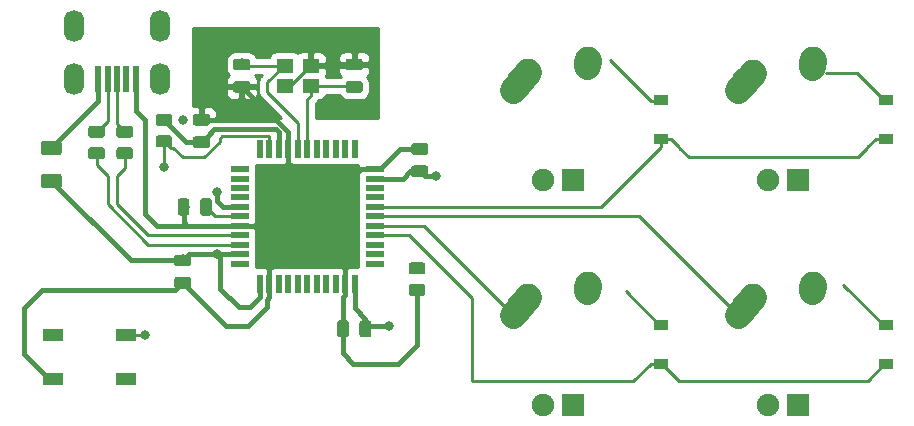
<source format=gbl>
G04 #@! TF.GenerationSoftware,KiCad,Pcbnew,(5.1.4-0-10_14)*
G04 #@! TF.CreationDate,2021-08-25T16:18:30-07:00*
G04 #@! TF.ProjectId,ai03-pcb-guide,61693033-2d70-4636-922d-67756964652e,rev?*
G04 #@! TF.SameCoordinates,Original*
G04 #@! TF.FileFunction,Copper,L2,Bot*
G04 #@! TF.FilePolarity,Positive*
%FSLAX46Y46*%
G04 Gerber Fmt 4.6, Leading zero omitted, Abs format (unit mm)*
G04 Created by KiCad (PCBNEW (5.1.4-0-10_14)) date 2021-08-25 16:18:30*
%MOMM*%
%LPD*%
G04 APERTURE LIST*
%ADD10O,1.700000X2.700000*%
%ADD11R,0.500000X2.250000*%
%ADD12R,1.800000X1.100000*%
%ADD13R,1.905000X1.905000*%
%ADD14C,1.905000*%
%ADD15C,2.250000*%
%ADD16C,2.250000*%
%ADD17R,1.400000X1.200000*%
%ADD18R,0.550000X1.500000*%
%ADD19R,1.500000X0.550000*%
%ADD20C,0.100000*%
%ADD21C,1.025000*%
%ADD22C,1.250000*%
%ADD23R,1.200000X0.900000*%
%ADD24C,1.000000*%
%ADD25C,0.800000*%
%ADD26C,0.381000*%
%ADD27C,0.254000*%
G04 APERTURE END LIST*
D10*
X60643750Y-26987500D03*
X67943750Y-26987500D03*
X67943750Y-31487500D03*
X60643750Y-31487500D03*
D11*
X62693750Y-31487500D03*
X63493750Y-31487500D03*
X64293750Y-31487500D03*
X65093750Y-31487500D03*
X65893750Y-31487500D03*
D12*
X65087500Y-56881250D03*
X58887500Y-53181250D03*
X65087500Y-53181250D03*
X58887500Y-56881250D03*
D13*
X121929488Y-59039340D03*
D14*
X119389488Y-59039340D03*
D15*
X118159488Y-49959340D03*
X117504489Y-50689340D03*
D16*
X116849488Y-51419340D02*
X118159490Y-49959340D01*
D15*
X123199488Y-48879340D03*
X123179488Y-49169340D03*
D16*
X123159488Y-49459340D02*
X123199488Y-48879340D01*
D13*
X102879488Y-59039340D03*
D14*
X100339488Y-59039340D03*
D15*
X99109488Y-49959340D03*
X98454489Y-50689340D03*
D16*
X97799488Y-51419340D02*
X99109490Y-49959340D01*
D15*
X104149488Y-48879340D03*
X104129488Y-49169340D03*
D16*
X104109488Y-49459340D02*
X104149488Y-48879340D01*
D13*
X121920000Y-40005000D03*
D14*
X119380000Y-40005000D03*
D15*
X118150000Y-30925000D03*
X117495001Y-31655000D03*
D16*
X116840000Y-32385000D02*
X118150002Y-30925000D01*
D15*
X123190000Y-29845000D03*
X123170000Y-30135000D03*
D16*
X123150000Y-30425000D02*
X123190000Y-29845000D01*
D13*
X102879488Y-39989340D03*
D14*
X100339488Y-39989340D03*
D15*
X99109488Y-30909340D03*
X98454489Y-31639340D03*
D16*
X97799488Y-32369340D02*
X99109490Y-30909340D01*
D15*
X104149488Y-29829340D03*
X104129488Y-30119340D03*
D16*
X104109488Y-30409340D02*
X104149488Y-29829340D01*
D17*
X80712500Y-30343750D03*
X78512500Y-30343750D03*
X78512500Y-32043750D03*
X80712500Y-32043750D03*
D18*
X76406250Y-48800000D03*
X77206250Y-48800000D03*
X78006250Y-48800000D03*
X78806250Y-48800000D03*
X79606250Y-48800000D03*
X80406250Y-48800000D03*
X81206250Y-48800000D03*
X82006250Y-48800000D03*
X82806250Y-48800000D03*
X83606250Y-48800000D03*
X84406250Y-48800000D03*
D19*
X86106250Y-47100000D03*
X86106250Y-46300000D03*
X86106250Y-45500000D03*
X86106250Y-44700000D03*
X86106250Y-43900000D03*
X86106250Y-43100000D03*
X86106250Y-42300000D03*
X86106250Y-41500000D03*
X86106250Y-40700000D03*
X86106250Y-39900000D03*
X86106250Y-39100000D03*
D18*
X84406250Y-37400000D03*
X83606250Y-37400000D03*
X82806250Y-37400000D03*
X82006250Y-37400000D03*
X81206250Y-37400000D03*
X80406250Y-37400000D03*
X79606250Y-37400000D03*
X78806250Y-37400000D03*
X78006250Y-37400000D03*
X77206250Y-37400000D03*
X76406250Y-37400000D03*
D19*
X74706250Y-39100000D03*
X74706250Y-39900000D03*
X74706250Y-40700000D03*
X74706250Y-41500000D03*
X74706250Y-42300000D03*
X74706250Y-43100000D03*
X74706250Y-43900000D03*
X74706250Y-44700000D03*
X74706250Y-45500000D03*
X74706250Y-46300000D03*
X74706250Y-47100000D03*
D20*
G36*
X90168255Y-46994954D02*
G01*
X90192523Y-46998554D01*
X90216322Y-47004515D01*
X90239421Y-47012780D01*
X90261600Y-47023270D01*
X90282643Y-47035882D01*
X90302349Y-47050497D01*
X90320527Y-47066973D01*
X90337003Y-47085151D01*
X90351618Y-47104857D01*
X90364230Y-47125900D01*
X90374720Y-47148079D01*
X90382985Y-47171178D01*
X90388946Y-47194977D01*
X90392546Y-47219245D01*
X90393750Y-47243749D01*
X90393750Y-47768751D01*
X90392546Y-47793255D01*
X90388946Y-47817523D01*
X90382985Y-47841322D01*
X90374720Y-47864421D01*
X90364230Y-47886600D01*
X90351618Y-47907643D01*
X90337003Y-47927349D01*
X90320527Y-47945527D01*
X90302349Y-47962003D01*
X90282643Y-47976618D01*
X90261600Y-47989230D01*
X90239421Y-47999720D01*
X90216322Y-48007985D01*
X90192523Y-48013946D01*
X90168255Y-48017546D01*
X90143751Y-48018750D01*
X89243749Y-48018750D01*
X89219245Y-48017546D01*
X89194977Y-48013946D01*
X89171178Y-48007985D01*
X89148079Y-47999720D01*
X89125900Y-47989230D01*
X89104857Y-47976618D01*
X89085151Y-47962003D01*
X89066973Y-47945527D01*
X89050497Y-47927349D01*
X89035882Y-47907643D01*
X89023270Y-47886600D01*
X89012780Y-47864421D01*
X89004515Y-47841322D01*
X88998554Y-47817523D01*
X88994954Y-47793255D01*
X88993750Y-47768751D01*
X88993750Y-47243749D01*
X88994954Y-47219245D01*
X88998554Y-47194977D01*
X89004515Y-47171178D01*
X89012780Y-47148079D01*
X89023270Y-47125900D01*
X89035882Y-47104857D01*
X89050497Y-47085151D01*
X89066973Y-47066973D01*
X89085151Y-47050497D01*
X89104857Y-47035882D01*
X89125900Y-47023270D01*
X89148079Y-47012780D01*
X89171178Y-47004515D01*
X89194977Y-46998554D01*
X89219245Y-46994954D01*
X89243749Y-46993750D01*
X90143751Y-46993750D01*
X90168255Y-46994954D01*
X90168255Y-46994954D01*
G37*
D21*
X89693750Y-47506250D03*
D20*
G36*
X90168255Y-48819954D02*
G01*
X90192523Y-48823554D01*
X90216322Y-48829515D01*
X90239421Y-48837780D01*
X90261600Y-48848270D01*
X90282643Y-48860882D01*
X90302349Y-48875497D01*
X90320527Y-48891973D01*
X90337003Y-48910151D01*
X90351618Y-48929857D01*
X90364230Y-48950900D01*
X90374720Y-48973079D01*
X90382985Y-48996178D01*
X90388946Y-49019977D01*
X90392546Y-49044245D01*
X90393750Y-49068749D01*
X90393750Y-49593751D01*
X90392546Y-49618255D01*
X90388946Y-49642523D01*
X90382985Y-49666322D01*
X90374720Y-49689421D01*
X90364230Y-49711600D01*
X90351618Y-49732643D01*
X90337003Y-49752349D01*
X90320527Y-49770527D01*
X90302349Y-49787003D01*
X90282643Y-49801618D01*
X90261600Y-49814230D01*
X90239421Y-49824720D01*
X90216322Y-49832985D01*
X90192523Y-49838946D01*
X90168255Y-49842546D01*
X90143751Y-49843750D01*
X89243749Y-49843750D01*
X89219245Y-49842546D01*
X89194977Y-49838946D01*
X89171178Y-49832985D01*
X89148079Y-49824720D01*
X89125900Y-49814230D01*
X89104857Y-49801618D01*
X89085151Y-49787003D01*
X89066973Y-49770527D01*
X89050497Y-49752349D01*
X89035882Y-49732643D01*
X89023270Y-49711600D01*
X89012780Y-49689421D01*
X89004515Y-49666322D01*
X88998554Y-49642523D01*
X88994954Y-49618255D01*
X88993750Y-49593751D01*
X88993750Y-49068749D01*
X88994954Y-49044245D01*
X88998554Y-49019977D01*
X89004515Y-48996178D01*
X89012780Y-48973079D01*
X89023270Y-48950900D01*
X89035882Y-48929857D01*
X89050497Y-48910151D01*
X89066973Y-48891973D01*
X89085151Y-48875497D01*
X89104857Y-48860882D01*
X89125900Y-48848270D01*
X89148079Y-48837780D01*
X89171178Y-48829515D01*
X89194977Y-48823554D01*
X89219245Y-48819954D01*
X89243749Y-48818750D01*
X90143751Y-48818750D01*
X90168255Y-48819954D01*
X90168255Y-48819954D01*
G37*
D21*
X89693750Y-49331250D03*
D20*
G36*
X63041146Y-35428773D02*
G01*
X63065414Y-35432373D01*
X63089213Y-35438334D01*
X63112312Y-35446599D01*
X63134491Y-35457089D01*
X63155534Y-35469701D01*
X63175240Y-35484316D01*
X63193418Y-35500792D01*
X63209894Y-35518970D01*
X63224509Y-35538676D01*
X63237121Y-35559719D01*
X63247611Y-35581898D01*
X63255876Y-35604997D01*
X63261837Y-35628796D01*
X63265437Y-35653064D01*
X63266641Y-35677568D01*
X63266641Y-36202570D01*
X63265437Y-36227074D01*
X63261837Y-36251342D01*
X63255876Y-36275141D01*
X63247611Y-36298240D01*
X63237121Y-36320419D01*
X63224509Y-36341462D01*
X63209894Y-36361168D01*
X63193418Y-36379346D01*
X63175240Y-36395822D01*
X63155534Y-36410437D01*
X63134491Y-36423049D01*
X63112312Y-36433539D01*
X63089213Y-36441804D01*
X63065414Y-36447765D01*
X63041146Y-36451365D01*
X63016642Y-36452569D01*
X62116640Y-36452569D01*
X62092136Y-36451365D01*
X62067868Y-36447765D01*
X62044069Y-36441804D01*
X62020970Y-36433539D01*
X61998791Y-36423049D01*
X61977748Y-36410437D01*
X61958042Y-36395822D01*
X61939864Y-36379346D01*
X61923388Y-36361168D01*
X61908773Y-36341462D01*
X61896161Y-36320419D01*
X61885671Y-36298240D01*
X61877406Y-36275141D01*
X61871445Y-36251342D01*
X61867845Y-36227074D01*
X61866641Y-36202570D01*
X61866641Y-35677568D01*
X61867845Y-35653064D01*
X61871445Y-35628796D01*
X61877406Y-35604997D01*
X61885671Y-35581898D01*
X61896161Y-35559719D01*
X61908773Y-35538676D01*
X61923388Y-35518970D01*
X61939864Y-35500792D01*
X61958042Y-35484316D01*
X61977748Y-35469701D01*
X61998791Y-35457089D01*
X62020970Y-35446599D01*
X62044069Y-35438334D01*
X62067868Y-35432373D01*
X62092136Y-35428773D01*
X62116640Y-35427569D01*
X63016642Y-35427569D01*
X63041146Y-35428773D01*
X63041146Y-35428773D01*
G37*
D21*
X62566641Y-35940069D03*
D20*
G36*
X63041146Y-37253773D02*
G01*
X63065414Y-37257373D01*
X63089213Y-37263334D01*
X63112312Y-37271599D01*
X63134491Y-37282089D01*
X63155534Y-37294701D01*
X63175240Y-37309316D01*
X63193418Y-37325792D01*
X63209894Y-37343970D01*
X63224509Y-37363676D01*
X63237121Y-37384719D01*
X63247611Y-37406898D01*
X63255876Y-37429997D01*
X63261837Y-37453796D01*
X63265437Y-37478064D01*
X63266641Y-37502568D01*
X63266641Y-38027570D01*
X63265437Y-38052074D01*
X63261837Y-38076342D01*
X63255876Y-38100141D01*
X63247611Y-38123240D01*
X63237121Y-38145419D01*
X63224509Y-38166462D01*
X63209894Y-38186168D01*
X63193418Y-38204346D01*
X63175240Y-38220822D01*
X63155534Y-38235437D01*
X63134491Y-38248049D01*
X63112312Y-38258539D01*
X63089213Y-38266804D01*
X63065414Y-38272765D01*
X63041146Y-38276365D01*
X63016642Y-38277569D01*
X62116640Y-38277569D01*
X62092136Y-38276365D01*
X62067868Y-38272765D01*
X62044069Y-38266804D01*
X62020970Y-38258539D01*
X61998791Y-38248049D01*
X61977748Y-38235437D01*
X61958042Y-38220822D01*
X61939864Y-38204346D01*
X61923388Y-38186168D01*
X61908773Y-38166462D01*
X61896161Y-38145419D01*
X61885671Y-38123240D01*
X61877406Y-38100141D01*
X61871445Y-38076342D01*
X61867845Y-38052074D01*
X61866641Y-38027570D01*
X61866641Y-37502568D01*
X61867845Y-37478064D01*
X61871445Y-37453796D01*
X61877406Y-37429997D01*
X61885671Y-37406898D01*
X61896161Y-37384719D01*
X61908773Y-37363676D01*
X61923388Y-37343970D01*
X61939864Y-37325792D01*
X61958042Y-37309316D01*
X61977748Y-37294701D01*
X61998791Y-37282089D01*
X62020970Y-37271599D01*
X62044069Y-37263334D01*
X62067868Y-37257373D01*
X62092136Y-37253773D01*
X62116640Y-37252569D01*
X63016642Y-37252569D01*
X63041146Y-37253773D01*
X63041146Y-37253773D01*
G37*
D21*
X62566641Y-37765069D03*
D20*
G36*
X65422396Y-35428773D02*
G01*
X65446664Y-35432373D01*
X65470463Y-35438334D01*
X65493562Y-35446599D01*
X65515741Y-35457089D01*
X65536784Y-35469701D01*
X65556490Y-35484316D01*
X65574668Y-35500792D01*
X65591144Y-35518970D01*
X65605759Y-35538676D01*
X65618371Y-35559719D01*
X65628861Y-35581898D01*
X65637126Y-35604997D01*
X65643087Y-35628796D01*
X65646687Y-35653064D01*
X65647891Y-35677568D01*
X65647891Y-36202570D01*
X65646687Y-36227074D01*
X65643087Y-36251342D01*
X65637126Y-36275141D01*
X65628861Y-36298240D01*
X65618371Y-36320419D01*
X65605759Y-36341462D01*
X65591144Y-36361168D01*
X65574668Y-36379346D01*
X65556490Y-36395822D01*
X65536784Y-36410437D01*
X65515741Y-36423049D01*
X65493562Y-36433539D01*
X65470463Y-36441804D01*
X65446664Y-36447765D01*
X65422396Y-36451365D01*
X65397892Y-36452569D01*
X64497890Y-36452569D01*
X64473386Y-36451365D01*
X64449118Y-36447765D01*
X64425319Y-36441804D01*
X64402220Y-36433539D01*
X64380041Y-36423049D01*
X64358998Y-36410437D01*
X64339292Y-36395822D01*
X64321114Y-36379346D01*
X64304638Y-36361168D01*
X64290023Y-36341462D01*
X64277411Y-36320419D01*
X64266921Y-36298240D01*
X64258656Y-36275141D01*
X64252695Y-36251342D01*
X64249095Y-36227074D01*
X64247891Y-36202570D01*
X64247891Y-35677568D01*
X64249095Y-35653064D01*
X64252695Y-35628796D01*
X64258656Y-35604997D01*
X64266921Y-35581898D01*
X64277411Y-35559719D01*
X64290023Y-35538676D01*
X64304638Y-35518970D01*
X64321114Y-35500792D01*
X64339292Y-35484316D01*
X64358998Y-35469701D01*
X64380041Y-35457089D01*
X64402220Y-35446599D01*
X64425319Y-35438334D01*
X64449118Y-35432373D01*
X64473386Y-35428773D01*
X64497890Y-35427569D01*
X65397892Y-35427569D01*
X65422396Y-35428773D01*
X65422396Y-35428773D01*
G37*
D21*
X64947891Y-35940069D03*
D20*
G36*
X65422396Y-37253773D02*
G01*
X65446664Y-37257373D01*
X65470463Y-37263334D01*
X65493562Y-37271599D01*
X65515741Y-37282089D01*
X65536784Y-37294701D01*
X65556490Y-37309316D01*
X65574668Y-37325792D01*
X65591144Y-37343970D01*
X65605759Y-37363676D01*
X65618371Y-37384719D01*
X65628861Y-37406898D01*
X65637126Y-37429997D01*
X65643087Y-37453796D01*
X65646687Y-37478064D01*
X65647891Y-37502568D01*
X65647891Y-38027570D01*
X65646687Y-38052074D01*
X65643087Y-38076342D01*
X65637126Y-38100141D01*
X65628861Y-38123240D01*
X65618371Y-38145419D01*
X65605759Y-38166462D01*
X65591144Y-38186168D01*
X65574668Y-38204346D01*
X65556490Y-38220822D01*
X65536784Y-38235437D01*
X65515741Y-38248049D01*
X65493562Y-38258539D01*
X65470463Y-38266804D01*
X65446664Y-38272765D01*
X65422396Y-38276365D01*
X65397892Y-38277569D01*
X64497890Y-38277569D01*
X64473386Y-38276365D01*
X64449118Y-38272765D01*
X64425319Y-38266804D01*
X64402220Y-38258539D01*
X64380041Y-38248049D01*
X64358998Y-38235437D01*
X64339292Y-38220822D01*
X64321114Y-38204346D01*
X64304638Y-38186168D01*
X64290023Y-38166462D01*
X64277411Y-38145419D01*
X64266921Y-38123240D01*
X64258656Y-38100141D01*
X64252695Y-38076342D01*
X64249095Y-38052074D01*
X64247891Y-38027570D01*
X64247891Y-37502568D01*
X64249095Y-37478064D01*
X64252695Y-37453796D01*
X64258656Y-37429997D01*
X64266921Y-37406898D01*
X64277411Y-37384719D01*
X64290023Y-37363676D01*
X64304638Y-37343970D01*
X64321114Y-37325792D01*
X64339292Y-37309316D01*
X64358998Y-37294701D01*
X64380041Y-37282089D01*
X64402220Y-37271599D01*
X64425319Y-37263334D01*
X64449118Y-37257373D01*
X64473386Y-37253773D01*
X64497890Y-37252569D01*
X65397892Y-37252569D01*
X65422396Y-37253773D01*
X65422396Y-37253773D01*
G37*
D21*
X64947891Y-37765069D03*
D20*
G36*
X68737005Y-36238704D02*
G01*
X68761273Y-36242304D01*
X68785072Y-36248265D01*
X68808171Y-36256530D01*
X68830350Y-36267020D01*
X68851393Y-36279632D01*
X68871099Y-36294247D01*
X68889277Y-36310723D01*
X68905753Y-36328901D01*
X68920368Y-36348607D01*
X68932980Y-36369650D01*
X68943470Y-36391829D01*
X68951735Y-36414928D01*
X68957696Y-36438727D01*
X68961296Y-36462995D01*
X68962500Y-36487499D01*
X68962500Y-37012501D01*
X68961296Y-37037005D01*
X68957696Y-37061273D01*
X68951735Y-37085072D01*
X68943470Y-37108171D01*
X68932980Y-37130350D01*
X68920368Y-37151393D01*
X68905753Y-37171099D01*
X68889277Y-37189277D01*
X68871099Y-37205753D01*
X68851393Y-37220368D01*
X68830350Y-37232980D01*
X68808171Y-37243470D01*
X68785072Y-37251735D01*
X68761273Y-37257696D01*
X68737005Y-37261296D01*
X68712501Y-37262500D01*
X67812499Y-37262500D01*
X67787995Y-37261296D01*
X67763727Y-37257696D01*
X67739928Y-37251735D01*
X67716829Y-37243470D01*
X67694650Y-37232980D01*
X67673607Y-37220368D01*
X67653901Y-37205753D01*
X67635723Y-37189277D01*
X67619247Y-37171099D01*
X67604632Y-37151393D01*
X67592020Y-37130350D01*
X67581530Y-37108171D01*
X67573265Y-37085072D01*
X67567304Y-37061273D01*
X67563704Y-37037005D01*
X67562500Y-37012501D01*
X67562500Y-36487499D01*
X67563704Y-36462995D01*
X67567304Y-36438727D01*
X67573265Y-36414928D01*
X67581530Y-36391829D01*
X67592020Y-36369650D01*
X67604632Y-36348607D01*
X67619247Y-36328901D01*
X67635723Y-36310723D01*
X67653901Y-36294247D01*
X67673607Y-36279632D01*
X67694650Y-36267020D01*
X67716829Y-36256530D01*
X67739928Y-36248265D01*
X67763727Y-36242304D01*
X67787995Y-36238704D01*
X67812499Y-36237500D01*
X68712501Y-36237500D01*
X68737005Y-36238704D01*
X68737005Y-36238704D01*
G37*
D21*
X68262500Y-36750000D03*
D20*
G36*
X68737005Y-34413704D02*
G01*
X68761273Y-34417304D01*
X68785072Y-34423265D01*
X68808171Y-34431530D01*
X68830350Y-34442020D01*
X68851393Y-34454632D01*
X68871099Y-34469247D01*
X68889277Y-34485723D01*
X68905753Y-34503901D01*
X68920368Y-34523607D01*
X68932980Y-34544650D01*
X68943470Y-34566829D01*
X68951735Y-34589928D01*
X68957696Y-34613727D01*
X68961296Y-34637995D01*
X68962500Y-34662499D01*
X68962500Y-35187501D01*
X68961296Y-35212005D01*
X68957696Y-35236273D01*
X68951735Y-35260072D01*
X68943470Y-35283171D01*
X68932980Y-35305350D01*
X68920368Y-35326393D01*
X68905753Y-35346099D01*
X68889277Y-35364277D01*
X68871099Y-35380753D01*
X68851393Y-35395368D01*
X68830350Y-35407980D01*
X68808171Y-35418470D01*
X68785072Y-35426735D01*
X68761273Y-35432696D01*
X68737005Y-35436296D01*
X68712501Y-35437500D01*
X67812499Y-35437500D01*
X67787995Y-35436296D01*
X67763727Y-35432696D01*
X67739928Y-35426735D01*
X67716829Y-35418470D01*
X67694650Y-35407980D01*
X67673607Y-35395368D01*
X67653901Y-35380753D01*
X67635723Y-35364277D01*
X67619247Y-35346099D01*
X67604632Y-35326393D01*
X67592020Y-35305350D01*
X67581530Y-35283171D01*
X67573265Y-35260072D01*
X67567304Y-35236273D01*
X67563704Y-35212005D01*
X67562500Y-35187501D01*
X67562500Y-34662499D01*
X67563704Y-34637995D01*
X67567304Y-34613727D01*
X67573265Y-34589928D01*
X67581530Y-34566829D01*
X67592020Y-34544650D01*
X67604632Y-34523607D01*
X67619247Y-34503901D01*
X67635723Y-34485723D01*
X67653901Y-34469247D01*
X67673607Y-34454632D01*
X67694650Y-34442020D01*
X67716829Y-34431530D01*
X67739928Y-34423265D01*
X67763727Y-34417304D01*
X67787995Y-34413704D01*
X67812499Y-34412500D01*
X68712501Y-34412500D01*
X68737005Y-34413704D01*
X68737005Y-34413704D01*
G37*
D21*
X68262500Y-34925000D03*
D20*
G36*
X59387004Y-36682454D02*
G01*
X59411273Y-36686054D01*
X59435071Y-36692015D01*
X59458171Y-36700280D01*
X59480349Y-36710770D01*
X59501393Y-36723383D01*
X59521098Y-36737997D01*
X59539277Y-36754473D01*
X59555753Y-36772652D01*
X59570367Y-36792357D01*
X59582980Y-36813401D01*
X59593470Y-36835579D01*
X59601735Y-36858679D01*
X59607696Y-36882477D01*
X59611296Y-36906746D01*
X59612500Y-36931250D01*
X59612500Y-37681250D01*
X59611296Y-37705754D01*
X59607696Y-37730023D01*
X59601735Y-37753821D01*
X59593470Y-37776921D01*
X59582980Y-37799099D01*
X59570367Y-37820143D01*
X59555753Y-37839848D01*
X59539277Y-37858027D01*
X59521098Y-37874503D01*
X59501393Y-37889117D01*
X59480349Y-37901730D01*
X59458171Y-37912220D01*
X59435071Y-37920485D01*
X59411273Y-37926446D01*
X59387004Y-37930046D01*
X59362500Y-37931250D01*
X58112500Y-37931250D01*
X58087996Y-37930046D01*
X58063727Y-37926446D01*
X58039929Y-37920485D01*
X58016829Y-37912220D01*
X57994651Y-37901730D01*
X57973607Y-37889117D01*
X57953902Y-37874503D01*
X57935723Y-37858027D01*
X57919247Y-37839848D01*
X57904633Y-37820143D01*
X57892020Y-37799099D01*
X57881530Y-37776921D01*
X57873265Y-37753821D01*
X57867304Y-37730023D01*
X57863704Y-37705754D01*
X57862500Y-37681250D01*
X57862500Y-36931250D01*
X57863704Y-36906746D01*
X57867304Y-36882477D01*
X57873265Y-36858679D01*
X57881530Y-36835579D01*
X57892020Y-36813401D01*
X57904633Y-36792357D01*
X57919247Y-36772652D01*
X57935723Y-36754473D01*
X57953902Y-36737997D01*
X57973607Y-36723383D01*
X57994651Y-36710770D01*
X58016829Y-36700280D01*
X58039929Y-36692015D01*
X58063727Y-36686054D01*
X58087996Y-36682454D01*
X58112500Y-36681250D01*
X59362500Y-36681250D01*
X59387004Y-36682454D01*
X59387004Y-36682454D01*
G37*
D22*
X58737500Y-37306250D03*
D20*
G36*
X59387004Y-39482454D02*
G01*
X59411273Y-39486054D01*
X59435071Y-39492015D01*
X59458171Y-39500280D01*
X59480349Y-39510770D01*
X59501393Y-39523383D01*
X59521098Y-39537997D01*
X59539277Y-39554473D01*
X59555753Y-39572652D01*
X59570367Y-39592357D01*
X59582980Y-39613401D01*
X59593470Y-39635579D01*
X59601735Y-39658679D01*
X59607696Y-39682477D01*
X59611296Y-39706746D01*
X59612500Y-39731250D01*
X59612500Y-40481250D01*
X59611296Y-40505754D01*
X59607696Y-40530023D01*
X59601735Y-40553821D01*
X59593470Y-40576921D01*
X59582980Y-40599099D01*
X59570367Y-40620143D01*
X59555753Y-40639848D01*
X59539277Y-40658027D01*
X59521098Y-40674503D01*
X59501393Y-40689117D01*
X59480349Y-40701730D01*
X59458171Y-40712220D01*
X59435071Y-40720485D01*
X59411273Y-40726446D01*
X59387004Y-40730046D01*
X59362500Y-40731250D01*
X58112500Y-40731250D01*
X58087996Y-40730046D01*
X58063727Y-40726446D01*
X58039929Y-40720485D01*
X58016829Y-40712220D01*
X57994651Y-40701730D01*
X57973607Y-40689117D01*
X57953902Y-40674503D01*
X57935723Y-40658027D01*
X57919247Y-40639848D01*
X57904633Y-40620143D01*
X57892020Y-40599099D01*
X57881530Y-40576921D01*
X57873265Y-40553821D01*
X57867304Y-40530023D01*
X57863704Y-40505754D01*
X57862500Y-40481250D01*
X57862500Y-39731250D01*
X57863704Y-39706746D01*
X57867304Y-39682477D01*
X57873265Y-39658679D01*
X57881530Y-39635579D01*
X57892020Y-39613401D01*
X57904633Y-39592357D01*
X57919247Y-39572652D01*
X57935723Y-39554473D01*
X57953902Y-39537997D01*
X57973607Y-39523383D01*
X57994651Y-39510770D01*
X58016829Y-39500280D01*
X58039929Y-39492015D01*
X58063727Y-39486054D01*
X58087996Y-39482454D01*
X58112500Y-39481250D01*
X59362500Y-39481250D01*
X59387004Y-39482454D01*
X59387004Y-39482454D01*
G37*
D22*
X58737500Y-40106250D03*
D23*
X129381250Y-52325000D03*
X129381250Y-55625000D03*
X110331250Y-52262500D03*
X110331250Y-55562500D03*
X129381250Y-33212500D03*
X129381250Y-36512500D03*
X110331250Y-33212500D03*
X110331250Y-36512500D03*
D20*
G36*
X70349504Y-48232454D02*
G01*
X70373773Y-48236054D01*
X70397571Y-48242015D01*
X70420671Y-48250280D01*
X70442849Y-48260770D01*
X70463893Y-48273383D01*
X70483598Y-48287997D01*
X70501777Y-48304473D01*
X70518253Y-48322652D01*
X70532867Y-48342357D01*
X70545480Y-48363401D01*
X70555970Y-48385579D01*
X70564235Y-48408679D01*
X70570196Y-48432477D01*
X70573796Y-48456746D01*
X70575000Y-48481250D01*
X70575000Y-48981250D01*
X70573796Y-49005754D01*
X70570196Y-49030023D01*
X70564235Y-49053821D01*
X70555970Y-49076921D01*
X70545480Y-49099099D01*
X70532867Y-49120143D01*
X70518253Y-49139848D01*
X70501777Y-49158027D01*
X70483598Y-49174503D01*
X70463893Y-49189117D01*
X70442849Y-49201730D01*
X70420671Y-49212220D01*
X70397571Y-49220485D01*
X70373773Y-49226446D01*
X70349504Y-49230046D01*
X70325000Y-49231250D01*
X69375000Y-49231250D01*
X69350496Y-49230046D01*
X69326227Y-49226446D01*
X69302429Y-49220485D01*
X69279329Y-49212220D01*
X69257151Y-49201730D01*
X69236107Y-49189117D01*
X69216402Y-49174503D01*
X69198223Y-49158027D01*
X69181747Y-49139848D01*
X69167133Y-49120143D01*
X69154520Y-49099099D01*
X69144030Y-49076921D01*
X69135765Y-49053821D01*
X69129804Y-49030023D01*
X69126204Y-49005754D01*
X69125000Y-48981250D01*
X69125000Y-48481250D01*
X69126204Y-48456746D01*
X69129804Y-48432477D01*
X69135765Y-48408679D01*
X69144030Y-48385579D01*
X69154520Y-48363401D01*
X69167133Y-48342357D01*
X69181747Y-48322652D01*
X69198223Y-48304473D01*
X69216402Y-48287997D01*
X69236107Y-48273383D01*
X69257151Y-48260770D01*
X69279329Y-48250280D01*
X69302429Y-48242015D01*
X69326227Y-48236054D01*
X69350496Y-48232454D01*
X69375000Y-48231250D01*
X70325000Y-48231250D01*
X70349504Y-48232454D01*
X70349504Y-48232454D01*
G37*
D24*
X69850000Y-48731250D03*
D20*
G36*
X70349504Y-46332454D02*
G01*
X70373773Y-46336054D01*
X70397571Y-46342015D01*
X70420671Y-46350280D01*
X70442849Y-46360770D01*
X70463893Y-46373383D01*
X70483598Y-46387997D01*
X70501777Y-46404473D01*
X70518253Y-46422652D01*
X70532867Y-46442357D01*
X70545480Y-46463401D01*
X70555970Y-46485579D01*
X70564235Y-46508679D01*
X70570196Y-46532477D01*
X70573796Y-46556746D01*
X70575000Y-46581250D01*
X70575000Y-47081250D01*
X70573796Y-47105754D01*
X70570196Y-47130023D01*
X70564235Y-47153821D01*
X70555970Y-47176921D01*
X70545480Y-47199099D01*
X70532867Y-47220143D01*
X70518253Y-47239848D01*
X70501777Y-47258027D01*
X70483598Y-47274503D01*
X70463893Y-47289117D01*
X70442849Y-47301730D01*
X70420671Y-47312220D01*
X70397571Y-47320485D01*
X70373773Y-47326446D01*
X70349504Y-47330046D01*
X70325000Y-47331250D01*
X69375000Y-47331250D01*
X69350496Y-47330046D01*
X69326227Y-47326446D01*
X69302429Y-47320485D01*
X69279329Y-47312220D01*
X69257151Y-47301730D01*
X69236107Y-47289117D01*
X69216402Y-47274503D01*
X69198223Y-47258027D01*
X69181747Y-47239848D01*
X69167133Y-47220143D01*
X69154520Y-47199099D01*
X69144030Y-47176921D01*
X69135765Y-47153821D01*
X69129804Y-47130023D01*
X69126204Y-47105754D01*
X69125000Y-47081250D01*
X69125000Y-46581250D01*
X69126204Y-46556746D01*
X69129804Y-46532477D01*
X69135765Y-46508679D01*
X69144030Y-46485579D01*
X69154520Y-46463401D01*
X69167133Y-46442357D01*
X69181747Y-46422652D01*
X69198223Y-46404473D01*
X69216402Y-46387997D01*
X69236107Y-46373383D01*
X69257151Y-46360770D01*
X69279329Y-46350280D01*
X69302429Y-46342015D01*
X69326227Y-46336054D01*
X69350496Y-46332454D01*
X69375000Y-46331250D01*
X70325000Y-46331250D01*
X70349504Y-46332454D01*
X70349504Y-46332454D01*
G37*
D24*
X69850000Y-46831250D03*
D20*
G36*
X83699504Y-51901204D02*
G01*
X83723773Y-51904804D01*
X83747571Y-51910765D01*
X83770671Y-51919030D01*
X83792849Y-51929520D01*
X83813893Y-51942133D01*
X83833598Y-51956747D01*
X83851777Y-51973223D01*
X83868253Y-51991402D01*
X83882867Y-52011107D01*
X83895480Y-52032151D01*
X83905970Y-52054329D01*
X83914235Y-52077429D01*
X83920196Y-52101227D01*
X83923796Y-52125496D01*
X83925000Y-52150000D01*
X83925000Y-53100000D01*
X83923796Y-53124504D01*
X83920196Y-53148773D01*
X83914235Y-53172571D01*
X83905970Y-53195671D01*
X83895480Y-53217849D01*
X83882867Y-53238893D01*
X83868253Y-53258598D01*
X83851777Y-53276777D01*
X83833598Y-53293253D01*
X83813893Y-53307867D01*
X83792849Y-53320480D01*
X83770671Y-53330970D01*
X83747571Y-53339235D01*
X83723773Y-53345196D01*
X83699504Y-53348796D01*
X83675000Y-53350000D01*
X83175000Y-53350000D01*
X83150496Y-53348796D01*
X83126227Y-53345196D01*
X83102429Y-53339235D01*
X83079329Y-53330970D01*
X83057151Y-53320480D01*
X83036107Y-53307867D01*
X83016402Y-53293253D01*
X82998223Y-53276777D01*
X82981747Y-53258598D01*
X82967133Y-53238893D01*
X82954520Y-53217849D01*
X82944030Y-53195671D01*
X82935765Y-53172571D01*
X82929804Y-53148773D01*
X82926204Y-53124504D01*
X82925000Y-53100000D01*
X82925000Y-52150000D01*
X82926204Y-52125496D01*
X82929804Y-52101227D01*
X82935765Y-52077429D01*
X82944030Y-52054329D01*
X82954520Y-52032151D01*
X82967133Y-52011107D01*
X82981747Y-51991402D01*
X82998223Y-51973223D01*
X83016402Y-51956747D01*
X83036107Y-51942133D01*
X83057151Y-51929520D01*
X83079329Y-51919030D01*
X83102429Y-51910765D01*
X83126227Y-51904804D01*
X83150496Y-51901204D01*
X83175000Y-51900000D01*
X83675000Y-51900000D01*
X83699504Y-51901204D01*
X83699504Y-51901204D01*
G37*
D24*
X83425000Y-52625000D03*
D20*
G36*
X85599504Y-51901204D02*
G01*
X85623773Y-51904804D01*
X85647571Y-51910765D01*
X85670671Y-51919030D01*
X85692849Y-51929520D01*
X85713893Y-51942133D01*
X85733598Y-51956747D01*
X85751777Y-51973223D01*
X85768253Y-51991402D01*
X85782867Y-52011107D01*
X85795480Y-52032151D01*
X85805970Y-52054329D01*
X85814235Y-52077429D01*
X85820196Y-52101227D01*
X85823796Y-52125496D01*
X85825000Y-52150000D01*
X85825000Y-53100000D01*
X85823796Y-53124504D01*
X85820196Y-53148773D01*
X85814235Y-53172571D01*
X85805970Y-53195671D01*
X85795480Y-53217849D01*
X85782867Y-53238893D01*
X85768253Y-53258598D01*
X85751777Y-53276777D01*
X85733598Y-53293253D01*
X85713893Y-53307867D01*
X85692849Y-53320480D01*
X85670671Y-53330970D01*
X85647571Y-53339235D01*
X85623773Y-53345196D01*
X85599504Y-53348796D01*
X85575000Y-53350000D01*
X85075000Y-53350000D01*
X85050496Y-53348796D01*
X85026227Y-53345196D01*
X85002429Y-53339235D01*
X84979329Y-53330970D01*
X84957151Y-53320480D01*
X84936107Y-53307867D01*
X84916402Y-53293253D01*
X84898223Y-53276777D01*
X84881747Y-53258598D01*
X84867133Y-53238893D01*
X84854520Y-53217849D01*
X84844030Y-53195671D01*
X84835765Y-53172571D01*
X84829804Y-53148773D01*
X84826204Y-53124504D01*
X84825000Y-53100000D01*
X84825000Y-52150000D01*
X84826204Y-52125496D01*
X84829804Y-52101227D01*
X84835765Y-52077429D01*
X84844030Y-52054329D01*
X84854520Y-52032151D01*
X84867133Y-52011107D01*
X84881747Y-51991402D01*
X84898223Y-51973223D01*
X84916402Y-51956747D01*
X84936107Y-51942133D01*
X84957151Y-51929520D01*
X84979329Y-51919030D01*
X85002429Y-51910765D01*
X85026227Y-51904804D01*
X85050496Y-51901204D01*
X85075000Y-51900000D01*
X85575000Y-51900000D01*
X85599504Y-51901204D01*
X85599504Y-51901204D01*
G37*
D24*
X85325000Y-52625000D03*
D20*
G36*
X90430754Y-36888704D02*
G01*
X90455023Y-36892304D01*
X90478821Y-36898265D01*
X90501921Y-36906530D01*
X90524099Y-36917020D01*
X90545143Y-36929633D01*
X90564848Y-36944247D01*
X90583027Y-36960723D01*
X90599503Y-36978902D01*
X90614117Y-36998607D01*
X90626730Y-37019651D01*
X90637220Y-37041829D01*
X90645485Y-37064929D01*
X90651446Y-37088727D01*
X90655046Y-37112996D01*
X90656250Y-37137500D01*
X90656250Y-37637500D01*
X90655046Y-37662004D01*
X90651446Y-37686273D01*
X90645485Y-37710071D01*
X90637220Y-37733171D01*
X90626730Y-37755349D01*
X90614117Y-37776393D01*
X90599503Y-37796098D01*
X90583027Y-37814277D01*
X90564848Y-37830753D01*
X90545143Y-37845367D01*
X90524099Y-37857980D01*
X90501921Y-37868470D01*
X90478821Y-37876735D01*
X90455023Y-37882696D01*
X90430754Y-37886296D01*
X90406250Y-37887500D01*
X89456250Y-37887500D01*
X89431746Y-37886296D01*
X89407477Y-37882696D01*
X89383679Y-37876735D01*
X89360579Y-37868470D01*
X89338401Y-37857980D01*
X89317357Y-37845367D01*
X89297652Y-37830753D01*
X89279473Y-37814277D01*
X89262997Y-37796098D01*
X89248383Y-37776393D01*
X89235770Y-37755349D01*
X89225280Y-37733171D01*
X89217015Y-37710071D01*
X89211054Y-37686273D01*
X89207454Y-37662004D01*
X89206250Y-37637500D01*
X89206250Y-37137500D01*
X89207454Y-37112996D01*
X89211054Y-37088727D01*
X89217015Y-37064929D01*
X89225280Y-37041829D01*
X89235770Y-37019651D01*
X89248383Y-36998607D01*
X89262997Y-36978902D01*
X89279473Y-36960723D01*
X89297652Y-36944247D01*
X89317357Y-36929633D01*
X89338401Y-36917020D01*
X89360579Y-36906530D01*
X89383679Y-36898265D01*
X89407477Y-36892304D01*
X89431746Y-36888704D01*
X89456250Y-36887500D01*
X90406250Y-36887500D01*
X90430754Y-36888704D01*
X90430754Y-36888704D01*
G37*
D24*
X89931250Y-37387500D03*
D20*
G36*
X90430754Y-38788704D02*
G01*
X90455023Y-38792304D01*
X90478821Y-38798265D01*
X90501921Y-38806530D01*
X90524099Y-38817020D01*
X90545143Y-38829633D01*
X90564848Y-38844247D01*
X90583027Y-38860723D01*
X90599503Y-38878902D01*
X90614117Y-38898607D01*
X90626730Y-38919651D01*
X90637220Y-38941829D01*
X90645485Y-38964929D01*
X90651446Y-38988727D01*
X90655046Y-39012996D01*
X90656250Y-39037500D01*
X90656250Y-39537500D01*
X90655046Y-39562004D01*
X90651446Y-39586273D01*
X90645485Y-39610071D01*
X90637220Y-39633171D01*
X90626730Y-39655349D01*
X90614117Y-39676393D01*
X90599503Y-39696098D01*
X90583027Y-39714277D01*
X90564848Y-39730753D01*
X90545143Y-39745367D01*
X90524099Y-39757980D01*
X90501921Y-39768470D01*
X90478821Y-39776735D01*
X90455023Y-39782696D01*
X90430754Y-39786296D01*
X90406250Y-39787500D01*
X89456250Y-39787500D01*
X89431746Y-39786296D01*
X89407477Y-39782696D01*
X89383679Y-39776735D01*
X89360579Y-39768470D01*
X89338401Y-39757980D01*
X89317357Y-39745367D01*
X89297652Y-39730753D01*
X89279473Y-39714277D01*
X89262997Y-39696098D01*
X89248383Y-39676393D01*
X89235770Y-39655349D01*
X89225280Y-39633171D01*
X89217015Y-39610071D01*
X89211054Y-39586273D01*
X89207454Y-39562004D01*
X89206250Y-39537500D01*
X89206250Y-39037500D01*
X89207454Y-39012996D01*
X89211054Y-38988727D01*
X89217015Y-38964929D01*
X89225280Y-38941829D01*
X89235770Y-38919651D01*
X89248383Y-38898607D01*
X89262997Y-38878902D01*
X89279473Y-38860723D01*
X89297652Y-38844247D01*
X89317357Y-38829633D01*
X89338401Y-38817020D01*
X89360579Y-38806530D01*
X89383679Y-38798265D01*
X89407477Y-38792304D01*
X89431746Y-38788704D01*
X89456250Y-38787500D01*
X90406250Y-38787500D01*
X90430754Y-38788704D01*
X90430754Y-38788704D01*
G37*
D24*
X89931250Y-39287500D03*
D20*
G36*
X71937004Y-34426204D02*
G01*
X71961273Y-34429804D01*
X71985071Y-34435765D01*
X72008171Y-34444030D01*
X72030349Y-34454520D01*
X72051393Y-34467133D01*
X72071098Y-34481747D01*
X72089277Y-34498223D01*
X72105753Y-34516402D01*
X72120367Y-34536107D01*
X72132980Y-34557151D01*
X72143470Y-34579329D01*
X72151735Y-34602429D01*
X72157696Y-34626227D01*
X72161296Y-34650496D01*
X72162500Y-34675000D01*
X72162500Y-35175000D01*
X72161296Y-35199504D01*
X72157696Y-35223773D01*
X72151735Y-35247571D01*
X72143470Y-35270671D01*
X72132980Y-35292849D01*
X72120367Y-35313893D01*
X72105753Y-35333598D01*
X72089277Y-35351777D01*
X72071098Y-35368253D01*
X72051393Y-35382867D01*
X72030349Y-35395480D01*
X72008171Y-35405970D01*
X71985071Y-35414235D01*
X71961273Y-35420196D01*
X71937004Y-35423796D01*
X71912500Y-35425000D01*
X70962500Y-35425000D01*
X70937996Y-35423796D01*
X70913727Y-35420196D01*
X70889929Y-35414235D01*
X70866829Y-35405970D01*
X70844651Y-35395480D01*
X70823607Y-35382867D01*
X70803902Y-35368253D01*
X70785723Y-35351777D01*
X70769247Y-35333598D01*
X70754633Y-35313893D01*
X70742020Y-35292849D01*
X70731530Y-35270671D01*
X70723265Y-35247571D01*
X70717304Y-35223773D01*
X70713704Y-35199504D01*
X70712500Y-35175000D01*
X70712500Y-34675000D01*
X70713704Y-34650496D01*
X70717304Y-34626227D01*
X70723265Y-34602429D01*
X70731530Y-34579329D01*
X70742020Y-34557151D01*
X70754633Y-34536107D01*
X70769247Y-34516402D01*
X70785723Y-34498223D01*
X70803902Y-34481747D01*
X70823607Y-34467133D01*
X70844651Y-34454520D01*
X70866829Y-34444030D01*
X70889929Y-34435765D01*
X70913727Y-34429804D01*
X70937996Y-34426204D01*
X70962500Y-34425000D01*
X71912500Y-34425000D01*
X71937004Y-34426204D01*
X71937004Y-34426204D01*
G37*
D24*
X71437500Y-34925000D03*
D20*
G36*
X71937004Y-36326204D02*
G01*
X71961273Y-36329804D01*
X71985071Y-36335765D01*
X72008171Y-36344030D01*
X72030349Y-36354520D01*
X72051393Y-36367133D01*
X72071098Y-36381747D01*
X72089277Y-36398223D01*
X72105753Y-36416402D01*
X72120367Y-36436107D01*
X72132980Y-36457151D01*
X72143470Y-36479329D01*
X72151735Y-36502429D01*
X72157696Y-36526227D01*
X72161296Y-36550496D01*
X72162500Y-36575000D01*
X72162500Y-37075000D01*
X72161296Y-37099504D01*
X72157696Y-37123773D01*
X72151735Y-37147571D01*
X72143470Y-37170671D01*
X72132980Y-37192849D01*
X72120367Y-37213893D01*
X72105753Y-37233598D01*
X72089277Y-37251777D01*
X72071098Y-37268253D01*
X72051393Y-37282867D01*
X72030349Y-37295480D01*
X72008171Y-37305970D01*
X71985071Y-37314235D01*
X71961273Y-37320196D01*
X71937004Y-37323796D01*
X71912500Y-37325000D01*
X70962500Y-37325000D01*
X70937996Y-37323796D01*
X70913727Y-37320196D01*
X70889929Y-37314235D01*
X70866829Y-37305970D01*
X70844651Y-37295480D01*
X70823607Y-37282867D01*
X70803902Y-37268253D01*
X70785723Y-37251777D01*
X70769247Y-37233598D01*
X70754633Y-37213893D01*
X70742020Y-37192849D01*
X70731530Y-37170671D01*
X70723265Y-37147571D01*
X70717304Y-37123773D01*
X70713704Y-37099504D01*
X70712500Y-37075000D01*
X70712500Y-36575000D01*
X70713704Y-36550496D01*
X70717304Y-36526227D01*
X70723265Y-36502429D01*
X70731530Y-36479329D01*
X70742020Y-36457151D01*
X70754633Y-36436107D01*
X70769247Y-36416402D01*
X70785723Y-36398223D01*
X70803902Y-36381747D01*
X70823607Y-36367133D01*
X70844651Y-36354520D01*
X70866829Y-36344030D01*
X70889929Y-36335765D01*
X70913727Y-36329804D01*
X70937996Y-36326204D01*
X70962500Y-36325000D01*
X71912500Y-36325000D01*
X71937004Y-36326204D01*
X71937004Y-36326204D01*
G37*
D24*
X71437500Y-36825000D03*
D20*
G36*
X70205754Y-41582454D02*
G01*
X70230023Y-41586054D01*
X70253821Y-41592015D01*
X70276921Y-41600280D01*
X70299099Y-41610770D01*
X70320143Y-41623383D01*
X70339848Y-41637997D01*
X70358027Y-41654473D01*
X70374503Y-41672652D01*
X70389117Y-41692357D01*
X70401730Y-41713401D01*
X70412220Y-41735579D01*
X70420485Y-41758679D01*
X70426446Y-41782477D01*
X70430046Y-41806746D01*
X70431250Y-41831250D01*
X70431250Y-42781250D01*
X70430046Y-42805754D01*
X70426446Y-42830023D01*
X70420485Y-42853821D01*
X70412220Y-42876921D01*
X70401730Y-42899099D01*
X70389117Y-42920143D01*
X70374503Y-42939848D01*
X70358027Y-42958027D01*
X70339848Y-42974503D01*
X70320143Y-42989117D01*
X70299099Y-43001730D01*
X70276921Y-43012220D01*
X70253821Y-43020485D01*
X70230023Y-43026446D01*
X70205754Y-43030046D01*
X70181250Y-43031250D01*
X69681250Y-43031250D01*
X69656746Y-43030046D01*
X69632477Y-43026446D01*
X69608679Y-43020485D01*
X69585579Y-43012220D01*
X69563401Y-43001730D01*
X69542357Y-42989117D01*
X69522652Y-42974503D01*
X69504473Y-42958027D01*
X69487997Y-42939848D01*
X69473383Y-42920143D01*
X69460770Y-42899099D01*
X69450280Y-42876921D01*
X69442015Y-42853821D01*
X69436054Y-42830023D01*
X69432454Y-42805754D01*
X69431250Y-42781250D01*
X69431250Y-41831250D01*
X69432454Y-41806746D01*
X69436054Y-41782477D01*
X69442015Y-41758679D01*
X69450280Y-41735579D01*
X69460770Y-41713401D01*
X69473383Y-41692357D01*
X69487997Y-41672652D01*
X69504473Y-41654473D01*
X69522652Y-41637997D01*
X69542357Y-41623383D01*
X69563401Y-41610770D01*
X69585579Y-41600280D01*
X69608679Y-41592015D01*
X69632477Y-41586054D01*
X69656746Y-41582454D01*
X69681250Y-41581250D01*
X70181250Y-41581250D01*
X70205754Y-41582454D01*
X70205754Y-41582454D01*
G37*
D24*
X69931250Y-42306250D03*
D20*
G36*
X72105754Y-41582454D02*
G01*
X72130023Y-41586054D01*
X72153821Y-41592015D01*
X72176921Y-41600280D01*
X72199099Y-41610770D01*
X72220143Y-41623383D01*
X72239848Y-41637997D01*
X72258027Y-41654473D01*
X72274503Y-41672652D01*
X72289117Y-41692357D01*
X72301730Y-41713401D01*
X72312220Y-41735579D01*
X72320485Y-41758679D01*
X72326446Y-41782477D01*
X72330046Y-41806746D01*
X72331250Y-41831250D01*
X72331250Y-42781250D01*
X72330046Y-42805754D01*
X72326446Y-42830023D01*
X72320485Y-42853821D01*
X72312220Y-42876921D01*
X72301730Y-42899099D01*
X72289117Y-42920143D01*
X72274503Y-42939848D01*
X72258027Y-42958027D01*
X72239848Y-42974503D01*
X72220143Y-42989117D01*
X72199099Y-43001730D01*
X72176921Y-43012220D01*
X72153821Y-43020485D01*
X72130023Y-43026446D01*
X72105754Y-43030046D01*
X72081250Y-43031250D01*
X71581250Y-43031250D01*
X71556746Y-43030046D01*
X71532477Y-43026446D01*
X71508679Y-43020485D01*
X71485579Y-43012220D01*
X71463401Y-43001730D01*
X71442357Y-42989117D01*
X71422652Y-42974503D01*
X71404473Y-42958027D01*
X71387997Y-42939848D01*
X71373383Y-42920143D01*
X71360770Y-42899099D01*
X71350280Y-42876921D01*
X71342015Y-42853821D01*
X71336054Y-42830023D01*
X71332454Y-42805754D01*
X71331250Y-42781250D01*
X71331250Y-41831250D01*
X71332454Y-41806746D01*
X71336054Y-41782477D01*
X71342015Y-41758679D01*
X71350280Y-41735579D01*
X71360770Y-41713401D01*
X71373383Y-41692357D01*
X71387997Y-41672652D01*
X71404473Y-41654473D01*
X71422652Y-41637997D01*
X71442357Y-41623383D01*
X71463401Y-41610770D01*
X71485579Y-41600280D01*
X71508679Y-41592015D01*
X71532477Y-41586054D01*
X71556746Y-41582454D01*
X71581250Y-41581250D01*
X72081250Y-41581250D01*
X72105754Y-41582454D01*
X72105754Y-41582454D01*
G37*
D24*
X71831250Y-42306250D03*
D20*
G36*
X75349504Y-31644954D02*
G01*
X75373773Y-31648554D01*
X75397571Y-31654515D01*
X75420671Y-31662780D01*
X75442849Y-31673270D01*
X75463893Y-31685883D01*
X75483598Y-31700497D01*
X75501777Y-31716973D01*
X75518253Y-31735152D01*
X75532867Y-31754857D01*
X75545480Y-31775901D01*
X75555970Y-31798079D01*
X75564235Y-31821179D01*
X75570196Y-31844977D01*
X75573796Y-31869246D01*
X75575000Y-31893750D01*
X75575000Y-32393750D01*
X75573796Y-32418254D01*
X75570196Y-32442523D01*
X75564235Y-32466321D01*
X75555970Y-32489421D01*
X75545480Y-32511599D01*
X75532867Y-32532643D01*
X75518253Y-32552348D01*
X75501777Y-32570527D01*
X75483598Y-32587003D01*
X75463893Y-32601617D01*
X75442849Y-32614230D01*
X75420671Y-32624720D01*
X75397571Y-32632985D01*
X75373773Y-32638946D01*
X75349504Y-32642546D01*
X75325000Y-32643750D01*
X74375000Y-32643750D01*
X74350496Y-32642546D01*
X74326227Y-32638946D01*
X74302429Y-32632985D01*
X74279329Y-32624720D01*
X74257151Y-32614230D01*
X74236107Y-32601617D01*
X74216402Y-32587003D01*
X74198223Y-32570527D01*
X74181747Y-32552348D01*
X74167133Y-32532643D01*
X74154520Y-32511599D01*
X74144030Y-32489421D01*
X74135765Y-32466321D01*
X74129804Y-32442523D01*
X74126204Y-32418254D01*
X74125000Y-32393750D01*
X74125000Y-31893750D01*
X74126204Y-31869246D01*
X74129804Y-31844977D01*
X74135765Y-31821179D01*
X74144030Y-31798079D01*
X74154520Y-31775901D01*
X74167133Y-31754857D01*
X74181747Y-31735152D01*
X74198223Y-31716973D01*
X74216402Y-31700497D01*
X74236107Y-31685883D01*
X74257151Y-31673270D01*
X74279329Y-31662780D01*
X74302429Y-31654515D01*
X74326227Y-31648554D01*
X74350496Y-31644954D01*
X74375000Y-31643750D01*
X75325000Y-31643750D01*
X75349504Y-31644954D01*
X75349504Y-31644954D01*
G37*
D24*
X74850000Y-32143750D03*
D20*
G36*
X75349504Y-29744954D02*
G01*
X75373773Y-29748554D01*
X75397571Y-29754515D01*
X75420671Y-29762780D01*
X75442849Y-29773270D01*
X75463893Y-29785883D01*
X75483598Y-29800497D01*
X75501777Y-29816973D01*
X75518253Y-29835152D01*
X75532867Y-29854857D01*
X75545480Y-29875901D01*
X75555970Y-29898079D01*
X75564235Y-29921179D01*
X75570196Y-29944977D01*
X75573796Y-29969246D01*
X75575000Y-29993750D01*
X75575000Y-30493750D01*
X75573796Y-30518254D01*
X75570196Y-30542523D01*
X75564235Y-30566321D01*
X75555970Y-30589421D01*
X75545480Y-30611599D01*
X75532867Y-30632643D01*
X75518253Y-30652348D01*
X75501777Y-30670527D01*
X75483598Y-30687003D01*
X75463893Y-30701617D01*
X75442849Y-30714230D01*
X75420671Y-30724720D01*
X75397571Y-30732985D01*
X75373773Y-30738946D01*
X75349504Y-30742546D01*
X75325000Y-30743750D01*
X74375000Y-30743750D01*
X74350496Y-30742546D01*
X74326227Y-30738946D01*
X74302429Y-30732985D01*
X74279329Y-30724720D01*
X74257151Y-30714230D01*
X74236107Y-30701617D01*
X74216402Y-30687003D01*
X74198223Y-30670527D01*
X74181747Y-30652348D01*
X74167133Y-30632643D01*
X74154520Y-30611599D01*
X74144030Y-30589421D01*
X74135765Y-30566321D01*
X74129804Y-30542523D01*
X74126204Y-30518254D01*
X74125000Y-30493750D01*
X74125000Y-29993750D01*
X74126204Y-29969246D01*
X74129804Y-29944977D01*
X74135765Y-29921179D01*
X74144030Y-29898079D01*
X74154520Y-29875901D01*
X74167133Y-29854857D01*
X74181747Y-29835152D01*
X74198223Y-29816973D01*
X74216402Y-29800497D01*
X74236107Y-29785883D01*
X74257151Y-29773270D01*
X74279329Y-29762780D01*
X74302429Y-29754515D01*
X74326227Y-29748554D01*
X74350496Y-29744954D01*
X74375000Y-29743750D01*
X75325000Y-29743750D01*
X75349504Y-29744954D01*
X75349504Y-29744954D01*
G37*
D24*
X74850000Y-30243750D03*
D20*
G36*
X84874504Y-29744954D02*
G01*
X84898773Y-29748554D01*
X84922571Y-29754515D01*
X84945671Y-29762780D01*
X84967849Y-29773270D01*
X84988893Y-29785883D01*
X85008598Y-29800497D01*
X85026777Y-29816973D01*
X85043253Y-29835152D01*
X85057867Y-29854857D01*
X85070480Y-29875901D01*
X85080970Y-29898079D01*
X85089235Y-29921179D01*
X85095196Y-29944977D01*
X85098796Y-29969246D01*
X85100000Y-29993750D01*
X85100000Y-30493750D01*
X85098796Y-30518254D01*
X85095196Y-30542523D01*
X85089235Y-30566321D01*
X85080970Y-30589421D01*
X85070480Y-30611599D01*
X85057867Y-30632643D01*
X85043253Y-30652348D01*
X85026777Y-30670527D01*
X85008598Y-30687003D01*
X84988893Y-30701617D01*
X84967849Y-30714230D01*
X84945671Y-30724720D01*
X84922571Y-30732985D01*
X84898773Y-30738946D01*
X84874504Y-30742546D01*
X84850000Y-30743750D01*
X83900000Y-30743750D01*
X83875496Y-30742546D01*
X83851227Y-30738946D01*
X83827429Y-30732985D01*
X83804329Y-30724720D01*
X83782151Y-30714230D01*
X83761107Y-30701617D01*
X83741402Y-30687003D01*
X83723223Y-30670527D01*
X83706747Y-30652348D01*
X83692133Y-30632643D01*
X83679520Y-30611599D01*
X83669030Y-30589421D01*
X83660765Y-30566321D01*
X83654804Y-30542523D01*
X83651204Y-30518254D01*
X83650000Y-30493750D01*
X83650000Y-29993750D01*
X83651204Y-29969246D01*
X83654804Y-29944977D01*
X83660765Y-29921179D01*
X83669030Y-29898079D01*
X83679520Y-29875901D01*
X83692133Y-29854857D01*
X83706747Y-29835152D01*
X83723223Y-29816973D01*
X83741402Y-29800497D01*
X83761107Y-29785883D01*
X83782151Y-29773270D01*
X83804329Y-29762780D01*
X83827429Y-29754515D01*
X83851227Y-29748554D01*
X83875496Y-29744954D01*
X83900000Y-29743750D01*
X84850000Y-29743750D01*
X84874504Y-29744954D01*
X84874504Y-29744954D01*
G37*
D24*
X84375000Y-30243750D03*
D20*
G36*
X84874504Y-31644954D02*
G01*
X84898773Y-31648554D01*
X84922571Y-31654515D01*
X84945671Y-31662780D01*
X84967849Y-31673270D01*
X84988893Y-31685883D01*
X85008598Y-31700497D01*
X85026777Y-31716973D01*
X85043253Y-31735152D01*
X85057867Y-31754857D01*
X85070480Y-31775901D01*
X85080970Y-31798079D01*
X85089235Y-31821179D01*
X85095196Y-31844977D01*
X85098796Y-31869246D01*
X85100000Y-31893750D01*
X85100000Y-32393750D01*
X85098796Y-32418254D01*
X85095196Y-32442523D01*
X85089235Y-32466321D01*
X85080970Y-32489421D01*
X85070480Y-32511599D01*
X85057867Y-32532643D01*
X85043253Y-32552348D01*
X85026777Y-32570527D01*
X85008598Y-32587003D01*
X84988893Y-32601617D01*
X84967849Y-32614230D01*
X84945671Y-32624720D01*
X84922571Y-32632985D01*
X84898773Y-32638946D01*
X84874504Y-32642546D01*
X84850000Y-32643750D01*
X83900000Y-32643750D01*
X83875496Y-32642546D01*
X83851227Y-32638946D01*
X83827429Y-32632985D01*
X83804329Y-32624720D01*
X83782151Y-32614230D01*
X83761107Y-32601617D01*
X83741402Y-32587003D01*
X83723223Y-32570527D01*
X83706747Y-32552348D01*
X83692133Y-32532643D01*
X83679520Y-32511599D01*
X83669030Y-32489421D01*
X83660765Y-32466321D01*
X83654804Y-32442523D01*
X83651204Y-32418254D01*
X83650000Y-32393750D01*
X83650000Y-31893750D01*
X83651204Y-31869246D01*
X83654804Y-31844977D01*
X83660765Y-31821179D01*
X83669030Y-31798079D01*
X83679520Y-31775901D01*
X83692133Y-31754857D01*
X83706747Y-31735152D01*
X83723223Y-31716973D01*
X83741402Y-31700497D01*
X83761107Y-31685883D01*
X83782151Y-31673270D01*
X83804329Y-31662780D01*
X83827429Y-31654515D01*
X83851227Y-31648554D01*
X83875496Y-31644954D01*
X83900000Y-31643750D01*
X84850000Y-31643750D01*
X84874504Y-31644954D01*
X84874504Y-31644954D01*
G37*
D24*
X84375000Y-32143750D03*
D25*
X72762500Y-46300000D03*
X69850000Y-34925000D03*
X72762500Y-46300000D03*
X87312500Y-52387500D03*
X91281250Y-39687500D03*
X72762500Y-41012500D03*
X68262500Y-38893750D03*
X66675000Y-53181250D03*
D26*
X78806250Y-37400000D02*
X78806250Y-35943750D01*
X78806250Y-35943750D02*
X77787500Y-34925000D01*
X77787500Y-34925000D02*
X71437500Y-34925000D01*
X77631250Y-34925000D02*
X74850000Y-32143750D01*
X77787500Y-34925000D02*
X77631250Y-34925000D01*
X72625000Y-32143750D02*
X74850000Y-32143750D01*
X71437500Y-30956250D02*
X72625000Y-32143750D01*
X71437500Y-29368750D02*
X71437500Y-30956250D01*
X72231250Y-28575000D02*
X71437500Y-29368750D01*
X80168750Y-28575000D02*
X72231250Y-28575000D01*
X80712500Y-29118750D02*
X80168750Y-28575000D01*
X80712500Y-30343750D02*
X80712500Y-29118750D01*
X84275000Y-30343750D02*
X84375000Y-30243750D01*
X80712500Y-30343750D02*
X84275000Y-30343750D01*
D27*
X80612500Y-30343750D02*
X80712500Y-30343750D01*
X78912500Y-32043750D02*
X80612500Y-30343750D01*
X78512500Y-32043750D02*
X78912500Y-32043750D01*
D26*
X69931250Y-42306250D02*
X69931250Y-43575000D01*
X70256250Y-43900000D02*
X74706250Y-43900000D01*
X69931250Y-43575000D02*
X70256250Y-43900000D01*
X70256250Y-43900000D02*
X67712500Y-43900000D01*
X67712500Y-43900000D02*
X66675000Y-42862500D01*
X66675000Y-42862500D02*
X66675000Y-34925000D01*
X65893750Y-34143750D02*
X65893750Y-31487500D01*
X66675000Y-34925000D02*
X65893750Y-34143750D01*
X58537500Y-56881250D02*
X56425000Y-54768750D01*
X58887500Y-56881250D02*
X58537500Y-56881250D01*
X56425000Y-54768750D02*
X56425000Y-50868750D01*
X56425000Y-50868750D02*
X57943750Y-49350000D01*
X69231250Y-49350000D02*
X69850000Y-48731250D01*
X57943750Y-49350000D02*
X69231250Y-49350000D01*
X77206250Y-49952672D02*
X76993750Y-50165172D01*
X77206250Y-48800000D02*
X77206250Y-49952672D01*
X76993750Y-50165172D02*
X76993750Y-50800000D01*
X76993750Y-50800000D02*
X75406250Y-52387500D01*
X73506250Y-52387500D02*
X69850000Y-48731250D01*
X75406250Y-52387500D02*
X73506250Y-52387500D01*
X83606250Y-49727902D02*
X83606250Y-48800000D01*
X83425000Y-49909152D02*
X83606250Y-49727902D01*
X83425000Y-52625000D02*
X83425000Y-49909152D01*
X89693750Y-53975000D02*
X89693750Y-49331250D01*
X88106250Y-55562500D02*
X89693750Y-53975000D01*
X83425000Y-54687500D02*
X84300000Y-55562500D01*
X84300000Y-55562500D02*
X88106250Y-55562500D01*
X83425000Y-52625000D02*
X83425000Y-54687500D01*
X86581250Y-39100000D02*
X86106250Y-39100000D01*
X88293750Y-37387500D02*
X86581250Y-39100000D01*
X89931250Y-37387500D02*
X88293750Y-37387500D01*
X84975250Y-39100000D02*
X82800250Y-41275000D01*
X86106250Y-39100000D02*
X84975250Y-39100000D01*
X82800250Y-41275000D02*
X80962500Y-41275000D01*
X78806250Y-39118750D02*
X78806250Y-37400000D01*
X80962500Y-41275000D02*
X78806250Y-39118750D01*
X82800250Y-41275000D02*
X82800250Y-44993500D01*
X83606250Y-45799500D02*
X83606250Y-48800000D01*
X82800250Y-44993500D02*
X83606250Y-45799500D01*
X82800250Y-44993500D02*
X78831500Y-44993500D01*
X77206250Y-46618750D02*
X77206250Y-48800000D01*
X78831500Y-44993500D02*
X77206250Y-46618750D01*
X74706250Y-43900000D02*
X76443750Y-43900000D01*
X77537250Y-44993500D02*
X78831500Y-44993500D01*
X76443750Y-43900000D02*
X77537250Y-44993500D01*
D27*
X80406250Y-36396000D02*
X80406250Y-37400000D01*
X80406250Y-33204000D02*
X80406250Y-36396000D01*
X80712500Y-32897750D02*
X80406250Y-33204000D01*
X80712500Y-32043750D02*
X80712500Y-32897750D01*
X84275000Y-32043750D02*
X84375000Y-32143750D01*
X80712500Y-32043750D02*
X84275000Y-32043750D01*
X74950000Y-30343750D02*
X74850000Y-30243750D01*
X78512500Y-30343750D02*
X74950000Y-30343750D01*
X79606250Y-37400000D02*
X79606250Y-35156250D01*
X79606250Y-35156250D02*
X76993750Y-32543750D01*
X76993750Y-32543750D02*
X76993750Y-31750000D01*
X78412500Y-30343750D02*
X78512500Y-30343750D01*
X77006250Y-31750000D02*
X78412500Y-30343750D01*
X76993750Y-31750000D02*
X77006250Y-31750000D01*
X72625000Y-43100000D02*
X74706250Y-43100000D01*
X71831250Y-42306250D02*
X72625000Y-43100000D01*
D26*
X78006250Y-37400000D02*
X78006250Y-35965422D01*
D27*
X76406250Y-48800000D02*
X76406250Y-49275000D01*
D26*
X70381250Y-46300000D02*
X69850000Y-46831250D01*
X65462500Y-46831250D02*
X58737500Y-40106250D01*
X69850000Y-46831250D02*
X65462500Y-46831250D01*
X76406250Y-48800000D02*
X76406250Y-49931000D01*
X76406250Y-49931000D02*
X75537250Y-50800000D01*
X75537250Y-50800000D02*
X74612500Y-50800000D01*
X74612500Y-50800000D02*
X73025000Y-49212500D01*
X73025000Y-49212500D02*
X73025000Y-46562500D01*
X72762500Y-46300000D02*
X70381250Y-46300000D01*
X73025000Y-46562500D02*
X72762500Y-46300000D01*
X74706250Y-46300000D02*
X72762500Y-46300000D01*
X70162500Y-36825000D02*
X68262500Y-34925000D01*
X71437500Y-36825000D02*
X70162500Y-36825000D01*
X85562500Y-52387500D02*
X85325000Y-52625000D01*
X87312500Y-52387500D02*
X85562500Y-52387500D01*
X84406250Y-50881250D02*
X84406250Y-48800000D01*
X85325000Y-51800000D02*
X84406250Y-50881250D01*
X85325000Y-52625000D02*
X85325000Y-51800000D01*
X90331250Y-39687500D02*
X89931250Y-39287500D01*
X91281250Y-39687500D02*
X90331250Y-39687500D01*
X87237250Y-39900000D02*
X86106250Y-39900000D01*
X88493750Y-39900000D02*
X87237250Y-39900000D01*
X89106250Y-39287500D02*
X88493750Y-39900000D01*
X89931250Y-39287500D02*
X89106250Y-39287500D01*
X72522090Y-35740410D02*
X71990625Y-36271875D01*
X77781238Y-35740410D02*
X72522090Y-35740410D01*
X78006250Y-35965422D02*
X77781238Y-35740410D01*
X71990625Y-36271875D02*
X71437500Y-36825000D01*
X72297078Y-35965422D02*
X71990625Y-36271875D01*
X74706250Y-42300000D02*
X73256250Y-42300000D01*
X72762500Y-41806250D02*
X72762500Y-41012500D01*
X73256250Y-42300000D02*
X72762500Y-41806250D01*
D27*
X109537500Y-33337500D02*
X106029340Y-29829340D01*
X110206250Y-33337500D02*
X109537500Y-33337500D01*
X110331250Y-33212500D02*
X110206250Y-33337500D01*
X128527250Y-36512500D02*
X129381250Y-36512500D01*
X127809509Y-37230241D02*
X128527250Y-36512500D01*
X111185250Y-36512500D02*
X111902991Y-37230241D01*
X110331250Y-36512500D02*
X111185250Y-36512500D01*
X110331250Y-37216500D02*
X110331250Y-36512500D01*
X105247750Y-42300000D02*
X110331250Y-37216500D01*
X86106250Y-42300000D02*
X105247750Y-42300000D01*
X111902991Y-37230241D02*
X111902991Y-37290491D01*
X111902991Y-37290491D02*
X112712500Y-38100000D01*
X112712500Y-38100000D02*
X127000000Y-38100000D01*
X127000000Y-38100000D02*
X127793750Y-37306250D01*
X129231250Y-33212500D02*
X129381250Y-33212500D01*
X126987500Y-30968750D02*
X124338898Y-30968750D01*
X126987500Y-30968750D02*
X129231250Y-33212500D01*
X110181250Y-52262500D02*
X110331250Y-52262500D01*
X107378090Y-49459340D02*
X110181250Y-52262500D01*
X129231250Y-55625000D02*
X129381250Y-55625000D01*
X111918750Y-57000000D02*
X127856250Y-57000000D01*
X110481250Y-55562500D02*
X111918750Y-57000000D01*
X127856250Y-57000000D02*
X129231250Y-55625000D01*
X110331250Y-55562500D02*
X110481250Y-55562500D01*
X89029022Y-44700000D02*
X94335272Y-50006250D01*
X86106250Y-44700000D02*
X89029022Y-44700000D01*
X94335272Y-50006250D02*
X94335272Y-57029022D01*
X109477250Y-55562500D02*
X110331250Y-55562500D01*
X108010728Y-57029022D02*
X109477250Y-55562500D01*
X94335272Y-57029022D02*
X108010728Y-57029022D01*
X123779488Y-49459340D02*
X123199488Y-48879340D01*
X129293750Y-52387500D02*
X125785590Y-48879340D01*
X129318750Y-52387500D02*
X129293750Y-52387500D01*
X129381250Y-52325000D02*
X129318750Y-52387500D01*
X123159488Y-48919340D02*
X123199488Y-48879340D01*
X123159488Y-49459340D02*
X123159488Y-48919340D01*
D26*
X62693750Y-33350000D02*
X62693750Y-31487500D01*
X58737500Y-37306250D02*
X62693750Y-33350000D01*
D27*
X90280148Y-43900000D02*
X97799488Y-51419340D01*
X86106250Y-43900000D02*
X90280148Y-43900000D01*
X108530148Y-43100000D02*
X116849488Y-51419340D01*
X86106250Y-43100000D02*
X108530148Y-43100000D01*
X68262500Y-36750000D02*
X68262500Y-38893750D01*
X66675000Y-53181250D02*
X65087500Y-53181250D01*
X68839118Y-37326618D02*
X69076618Y-37326618D01*
X68262500Y-36750000D02*
X68839118Y-37326618D01*
X69076618Y-37326618D02*
X69850000Y-38100000D01*
X71703518Y-38100000D02*
X73025000Y-36778518D01*
X69850000Y-38100000D02*
X71703518Y-38100000D01*
X73025000Y-36778518D02*
X73025000Y-36512500D01*
X77206250Y-36396000D02*
X77206250Y-37400000D01*
X77133249Y-36322999D02*
X77206250Y-36396000D01*
X73214501Y-36322999D02*
X77133249Y-36322999D01*
X73025000Y-36512500D02*
X73214501Y-36322999D01*
X64947891Y-35940069D02*
X64293750Y-35285928D01*
X64293750Y-35285928D02*
X64293750Y-31750000D01*
X66925000Y-44700000D02*
X74706250Y-44700000D01*
X64293750Y-42068750D02*
X66925000Y-44700000D01*
X64293750Y-39687500D02*
X64293750Y-42068750D01*
X64947891Y-39033359D02*
X64293750Y-39687500D01*
X64947891Y-37765069D02*
X64947891Y-39033359D01*
X62566641Y-35940069D02*
X63500000Y-35006710D01*
X63500000Y-35006710D02*
X63500000Y-31750000D01*
X62566641Y-37765069D02*
X62566641Y-38754141D01*
X62566641Y-38754141D02*
X63500000Y-39687500D01*
X63500000Y-39687500D02*
X63500000Y-42068750D01*
X66931250Y-45500000D02*
X74706250Y-45500000D01*
X63500000Y-42068750D02*
X66931250Y-45500000D01*
G36*
X78880065Y-38601185D02*
G01*
X78976756Y-38680537D01*
X78999917Y-38692917D01*
X79092000Y-38785000D01*
X79205587Y-38775454D01*
X79206768Y-38775812D01*
X79331250Y-38788072D01*
X79881250Y-38788072D01*
X80005732Y-38775812D01*
X80006250Y-38775655D01*
X80006768Y-38775812D01*
X80131250Y-38788072D01*
X80681250Y-38788072D01*
X80805732Y-38775812D01*
X80806250Y-38775655D01*
X80806768Y-38775812D01*
X80931250Y-38788072D01*
X81481250Y-38788072D01*
X81605732Y-38775812D01*
X81606250Y-38775655D01*
X81606768Y-38775812D01*
X81731250Y-38788072D01*
X82281250Y-38788072D01*
X82405732Y-38775812D01*
X82406250Y-38775655D01*
X82406768Y-38775812D01*
X82531250Y-38788072D01*
X83081250Y-38788072D01*
X83205732Y-38775812D01*
X83206250Y-38775655D01*
X83206768Y-38775812D01*
X83331250Y-38788072D01*
X83881250Y-38788072D01*
X84005732Y-38775812D01*
X84006250Y-38775655D01*
X84006768Y-38775812D01*
X84131250Y-38788072D01*
X84681250Y-38788072D01*
X84723802Y-38783881D01*
X84721250Y-38814250D01*
X84804250Y-38897250D01*
X84804250Y-39302750D01*
X84721250Y-39385750D01*
X84730796Y-39499337D01*
X84730438Y-39500518D01*
X84718178Y-39625000D01*
X84718178Y-40175000D01*
X84730438Y-40299482D01*
X84730595Y-40300000D01*
X84730438Y-40300518D01*
X84718178Y-40425000D01*
X84718178Y-40975000D01*
X84730438Y-41099482D01*
X84730595Y-41100000D01*
X84730438Y-41100518D01*
X84718178Y-41225000D01*
X84718178Y-41775000D01*
X84730438Y-41899482D01*
X84730595Y-41900000D01*
X84730438Y-41900518D01*
X84718178Y-42025000D01*
X84718178Y-42575000D01*
X84730438Y-42699482D01*
X84730595Y-42700000D01*
X84730438Y-42700518D01*
X84718178Y-42825000D01*
X84718178Y-43375000D01*
X84730438Y-43499482D01*
X84730595Y-43500000D01*
X84730438Y-43500518D01*
X84718178Y-43625000D01*
X84718178Y-44175000D01*
X84730438Y-44299482D01*
X84730595Y-44300000D01*
X84730438Y-44300518D01*
X84718178Y-44425000D01*
X84718178Y-44975000D01*
X84730438Y-45099482D01*
X84730595Y-45100000D01*
X84730438Y-45100518D01*
X84718178Y-45225000D01*
X84718178Y-45775000D01*
X84730438Y-45899482D01*
X84730595Y-45900000D01*
X84730438Y-45900518D01*
X84718178Y-46025000D01*
X84718178Y-46575000D01*
X84730438Y-46699482D01*
X84730595Y-46700000D01*
X84730438Y-46700518D01*
X84718178Y-46825000D01*
X84718178Y-47375000D01*
X84722212Y-47415962D01*
X84681250Y-47411928D01*
X84131250Y-47411928D01*
X84006768Y-47424188D01*
X84005587Y-47424546D01*
X83892000Y-47415000D01*
X83809000Y-47498000D01*
X83403500Y-47498000D01*
X83320500Y-47415000D01*
X83206913Y-47424546D01*
X83205732Y-47424188D01*
X83081250Y-47411928D01*
X82531250Y-47411928D01*
X82406768Y-47424188D01*
X82406250Y-47424345D01*
X82405732Y-47424188D01*
X82281250Y-47411928D01*
X81731250Y-47411928D01*
X81606768Y-47424188D01*
X81606250Y-47424345D01*
X81605732Y-47424188D01*
X81481250Y-47411928D01*
X80931250Y-47411928D01*
X80806768Y-47424188D01*
X80806250Y-47424345D01*
X80805732Y-47424188D01*
X80681250Y-47411928D01*
X80131250Y-47411928D01*
X80006768Y-47424188D01*
X80006250Y-47424345D01*
X80005732Y-47424188D01*
X79881250Y-47411928D01*
X79331250Y-47411928D01*
X79206768Y-47424188D01*
X79206250Y-47424345D01*
X79205732Y-47424188D01*
X79081250Y-47411928D01*
X78531250Y-47411928D01*
X78406768Y-47424188D01*
X78406250Y-47424345D01*
X78405732Y-47424188D01*
X78281250Y-47411928D01*
X77731250Y-47411928D01*
X77606768Y-47424188D01*
X77605587Y-47424546D01*
X77492000Y-47415000D01*
X77409000Y-47498000D01*
X77003500Y-47498000D01*
X76920500Y-47415000D01*
X76806913Y-47424546D01*
X76805732Y-47424188D01*
X76681250Y-47411928D01*
X76131250Y-47411928D01*
X76090288Y-47415962D01*
X76094322Y-47375000D01*
X76094322Y-46825000D01*
X76082062Y-46700518D01*
X76081905Y-46700000D01*
X76082062Y-46699482D01*
X76094322Y-46575000D01*
X76094322Y-46025000D01*
X76082062Y-45900518D01*
X76081905Y-45900000D01*
X76082062Y-45899482D01*
X76094322Y-45775000D01*
X76094322Y-45225000D01*
X76082062Y-45100518D01*
X76081905Y-45100000D01*
X76082062Y-45099482D01*
X76094322Y-44975000D01*
X76094322Y-44425000D01*
X76082062Y-44300518D01*
X76081704Y-44299337D01*
X76091250Y-44185750D01*
X75999167Y-44093667D01*
X75986787Y-44070506D01*
X75907435Y-43973815D01*
X75817491Y-43900000D01*
X75907435Y-43826185D01*
X75986787Y-43729494D01*
X75999167Y-43706333D01*
X76091250Y-43614250D01*
X76081704Y-43500663D01*
X76082062Y-43499482D01*
X76094322Y-43375000D01*
X76094322Y-42825000D01*
X76082062Y-42700518D01*
X76081905Y-42700000D01*
X76082062Y-42699482D01*
X76094322Y-42575000D01*
X76094322Y-42025000D01*
X76082062Y-41900518D01*
X76081905Y-41900000D01*
X76082062Y-41899482D01*
X76094322Y-41775000D01*
X76094322Y-41225000D01*
X76082062Y-41100518D01*
X76081905Y-41100000D01*
X76082062Y-41099482D01*
X76094322Y-40975000D01*
X76094322Y-40425000D01*
X76082062Y-40300518D01*
X76081905Y-40300000D01*
X76082062Y-40299482D01*
X76094322Y-40175000D01*
X76094322Y-39625000D01*
X76082062Y-39500518D01*
X76081905Y-39500000D01*
X76082062Y-39499482D01*
X76094322Y-39375000D01*
X76094322Y-38825000D01*
X76090288Y-38784038D01*
X76131250Y-38788072D01*
X76681250Y-38788072D01*
X76805732Y-38775812D01*
X76806250Y-38775655D01*
X76806768Y-38775812D01*
X76931250Y-38788072D01*
X77481250Y-38788072D01*
X77605732Y-38775812D01*
X77606250Y-38775655D01*
X77606768Y-38775812D01*
X77731250Y-38788072D01*
X78281250Y-38788072D01*
X78405732Y-38775812D01*
X78406913Y-38775454D01*
X78520500Y-38785000D01*
X78612583Y-38692917D01*
X78635744Y-38680537D01*
X78732435Y-38601185D01*
X78806250Y-38511241D01*
X78880065Y-38601185D01*
X78880065Y-38601185D01*
G37*
X78880065Y-38601185D02*
X78976756Y-38680537D01*
X78999917Y-38692917D01*
X79092000Y-38785000D01*
X79205587Y-38775454D01*
X79206768Y-38775812D01*
X79331250Y-38788072D01*
X79881250Y-38788072D01*
X80005732Y-38775812D01*
X80006250Y-38775655D01*
X80006768Y-38775812D01*
X80131250Y-38788072D01*
X80681250Y-38788072D01*
X80805732Y-38775812D01*
X80806250Y-38775655D01*
X80806768Y-38775812D01*
X80931250Y-38788072D01*
X81481250Y-38788072D01*
X81605732Y-38775812D01*
X81606250Y-38775655D01*
X81606768Y-38775812D01*
X81731250Y-38788072D01*
X82281250Y-38788072D01*
X82405732Y-38775812D01*
X82406250Y-38775655D01*
X82406768Y-38775812D01*
X82531250Y-38788072D01*
X83081250Y-38788072D01*
X83205732Y-38775812D01*
X83206250Y-38775655D01*
X83206768Y-38775812D01*
X83331250Y-38788072D01*
X83881250Y-38788072D01*
X84005732Y-38775812D01*
X84006250Y-38775655D01*
X84006768Y-38775812D01*
X84131250Y-38788072D01*
X84681250Y-38788072D01*
X84723802Y-38783881D01*
X84721250Y-38814250D01*
X84804250Y-38897250D01*
X84804250Y-39302750D01*
X84721250Y-39385750D01*
X84730796Y-39499337D01*
X84730438Y-39500518D01*
X84718178Y-39625000D01*
X84718178Y-40175000D01*
X84730438Y-40299482D01*
X84730595Y-40300000D01*
X84730438Y-40300518D01*
X84718178Y-40425000D01*
X84718178Y-40975000D01*
X84730438Y-41099482D01*
X84730595Y-41100000D01*
X84730438Y-41100518D01*
X84718178Y-41225000D01*
X84718178Y-41775000D01*
X84730438Y-41899482D01*
X84730595Y-41900000D01*
X84730438Y-41900518D01*
X84718178Y-42025000D01*
X84718178Y-42575000D01*
X84730438Y-42699482D01*
X84730595Y-42700000D01*
X84730438Y-42700518D01*
X84718178Y-42825000D01*
X84718178Y-43375000D01*
X84730438Y-43499482D01*
X84730595Y-43500000D01*
X84730438Y-43500518D01*
X84718178Y-43625000D01*
X84718178Y-44175000D01*
X84730438Y-44299482D01*
X84730595Y-44300000D01*
X84730438Y-44300518D01*
X84718178Y-44425000D01*
X84718178Y-44975000D01*
X84730438Y-45099482D01*
X84730595Y-45100000D01*
X84730438Y-45100518D01*
X84718178Y-45225000D01*
X84718178Y-45775000D01*
X84730438Y-45899482D01*
X84730595Y-45900000D01*
X84730438Y-45900518D01*
X84718178Y-46025000D01*
X84718178Y-46575000D01*
X84730438Y-46699482D01*
X84730595Y-46700000D01*
X84730438Y-46700518D01*
X84718178Y-46825000D01*
X84718178Y-47375000D01*
X84722212Y-47415962D01*
X84681250Y-47411928D01*
X84131250Y-47411928D01*
X84006768Y-47424188D01*
X84005587Y-47424546D01*
X83892000Y-47415000D01*
X83809000Y-47498000D01*
X83403500Y-47498000D01*
X83320500Y-47415000D01*
X83206913Y-47424546D01*
X83205732Y-47424188D01*
X83081250Y-47411928D01*
X82531250Y-47411928D01*
X82406768Y-47424188D01*
X82406250Y-47424345D01*
X82405732Y-47424188D01*
X82281250Y-47411928D01*
X81731250Y-47411928D01*
X81606768Y-47424188D01*
X81606250Y-47424345D01*
X81605732Y-47424188D01*
X81481250Y-47411928D01*
X80931250Y-47411928D01*
X80806768Y-47424188D01*
X80806250Y-47424345D01*
X80805732Y-47424188D01*
X80681250Y-47411928D01*
X80131250Y-47411928D01*
X80006768Y-47424188D01*
X80006250Y-47424345D01*
X80005732Y-47424188D01*
X79881250Y-47411928D01*
X79331250Y-47411928D01*
X79206768Y-47424188D01*
X79206250Y-47424345D01*
X79205732Y-47424188D01*
X79081250Y-47411928D01*
X78531250Y-47411928D01*
X78406768Y-47424188D01*
X78406250Y-47424345D01*
X78405732Y-47424188D01*
X78281250Y-47411928D01*
X77731250Y-47411928D01*
X77606768Y-47424188D01*
X77605587Y-47424546D01*
X77492000Y-47415000D01*
X77409000Y-47498000D01*
X77003500Y-47498000D01*
X76920500Y-47415000D01*
X76806913Y-47424546D01*
X76805732Y-47424188D01*
X76681250Y-47411928D01*
X76131250Y-47411928D01*
X76090288Y-47415962D01*
X76094322Y-47375000D01*
X76094322Y-46825000D01*
X76082062Y-46700518D01*
X76081905Y-46700000D01*
X76082062Y-46699482D01*
X76094322Y-46575000D01*
X76094322Y-46025000D01*
X76082062Y-45900518D01*
X76081905Y-45900000D01*
X76082062Y-45899482D01*
X76094322Y-45775000D01*
X76094322Y-45225000D01*
X76082062Y-45100518D01*
X76081905Y-45100000D01*
X76082062Y-45099482D01*
X76094322Y-44975000D01*
X76094322Y-44425000D01*
X76082062Y-44300518D01*
X76081704Y-44299337D01*
X76091250Y-44185750D01*
X75999167Y-44093667D01*
X75986787Y-44070506D01*
X75907435Y-43973815D01*
X75817491Y-43900000D01*
X75907435Y-43826185D01*
X75986787Y-43729494D01*
X75999167Y-43706333D01*
X76091250Y-43614250D01*
X76081704Y-43500663D01*
X76082062Y-43499482D01*
X76094322Y-43375000D01*
X76094322Y-42825000D01*
X76082062Y-42700518D01*
X76081905Y-42700000D01*
X76082062Y-42699482D01*
X76094322Y-42575000D01*
X76094322Y-42025000D01*
X76082062Y-41900518D01*
X76081905Y-41900000D01*
X76082062Y-41899482D01*
X76094322Y-41775000D01*
X76094322Y-41225000D01*
X76082062Y-41100518D01*
X76081905Y-41100000D01*
X76082062Y-41099482D01*
X76094322Y-40975000D01*
X76094322Y-40425000D01*
X76082062Y-40300518D01*
X76081905Y-40300000D01*
X76082062Y-40299482D01*
X76094322Y-40175000D01*
X76094322Y-39625000D01*
X76082062Y-39500518D01*
X76081905Y-39500000D01*
X76082062Y-39499482D01*
X76094322Y-39375000D01*
X76094322Y-38825000D01*
X76090288Y-38784038D01*
X76131250Y-38788072D01*
X76681250Y-38788072D01*
X76805732Y-38775812D01*
X76806250Y-38775655D01*
X76806768Y-38775812D01*
X76931250Y-38788072D01*
X77481250Y-38788072D01*
X77605732Y-38775812D01*
X77606250Y-38775655D01*
X77606768Y-38775812D01*
X77731250Y-38788072D01*
X78281250Y-38788072D01*
X78405732Y-38775812D01*
X78406913Y-38775454D01*
X78520500Y-38785000D01*
X78612583Y-38692917D01*
X78635744Y-38680537D01*
X78732435Y-38601185D01*
X78806250Y-38511241D01*
X78880065Y-38601185D01*
G36*
X86391750Y-34798000D02*
G01*
X81168250Y-34798000D01*
X81168250Y-33519630D01*
X81224846Y-33463034D01*
X81253922Y-33439172D01*
X81349145Y-33323142D01*
X81371231Y-33281822D01*
X81412500Y-33281822D01*
X81536982Y-33269562D01*
X81656680Y-33233252D01*
X81766994Y-33174287D01*
X81863685Y-33094935D01*
X81943037Y-32998244D01*
X82002002Y-32887930D01*
X82026931Y-32805750D01*
X83118093Y-32805750D01*
X83161595Y-32887136D01*
X83272038Y-33021712D01*
X83406614Y-33132155D01*
X83560150Y-33214222D01*
X83726746Y-33264758D01*
X83900000Y-33281822D01*
X84850000Y-33281822D01*
X85023254Y-33264758D01*
X85189850Y-33214222D01*
X85343386Y-33132155D01*
X85477962Y-33021712D01*
X85588405Y-32887136D01*
X85670472Y-32733600D01*
X85721008Y-32567004D01*
X85738072Y-32393750D01*
X85738072Y-31893750D01*
X85721008Y-31720496D01*
X85670472Y-31553900D01*
X85588405Y-31400364D01*
X85477962Y-31265788D01*
X85471406Y-31260408D01*
X85551185Y-31194935D01*
X85630537Y-31098244D01*
X85689502Y-30987930D01*
X85725812Y-30868232D01*
X85738072Y-30743750D01*
X85735000Y-30529500D01*
X85576250Y-30370750D01*
X84502000Y-30370750D01*
X84502000Y-30390750D01*
X84248000Y-30390750D01*
X84248000Y-30370750D01*
X83173750Y-30370750D01*
X83015000Y-30529500D01*
X83011928Y-30743750D01*
X83024188Y-30868232D01*
X83060498Y-30987930D01*
X83119463Y-31098244D01*
X83198815Y-31194935D01*
X83278594Y-31260408D01*
X83272038Y-31265788D01*
X83258938Y-31281750D01*
X82026931Y-31281750D01*
X82002002Y-31199570D01*
X81998891Y-31193750D01*
X82002002Y-31187930D01*
X82038312Y-31068232D01*
X82050572Y-30943750D01*
X82047500Y-30629500D01*
X81888750Y-30470750D01*
X80839500Y-30470750D01*
X80839500Y-30490750D01*
X80585500Y-30490750D01*
X80585500Y-30470750D01*
X80565500Y-30470750D01*
X80565500Y-30216750D01*
X80585500Y-30216750D01*
X80585500Y-29267500D01*
X80839500Y-29267500D01*
X80839500Y-30216750D01*
X81888750Y-30216750D01*
X82047500Y-30058000D01*
X82050572Y-29743750D01*
X83011928Y-29743750D01*
X83015000Y-29958000D01*
X83173750Y-30116750D01*
X84248000Y-30116750D01*
X84248000Y-29267500D01*
X84502000Y-29267500D01*
X84502000Y-30116750D01*
X85576250Y-30116750D01*
X85735000Y-29958000D01*
X85738072Y-29743750D01*
X85725812Y-29619268D01*
X85689502Y-29499570D01*
X85630537Y-29389256D01*
X85551185Y-29292565D01*
X85454494Y-29213213D01*
X85344180Y-29154248D01*
X85224482Y-29117938D01*
X85100000Y-29105678D01*
X84660750Y-29108750D01*
X84502000Y-29267500D01*
X84248000Y-29267500D01*
X84089250Y-29108750D01*
X83650000Y-29105678D01*
X83525518Y-29117938D01*
X83405820Y-29154248D01*
X83295506Y-29213213D01*
X83198815Y-29292565D01*
X83119463Y-29389256D01*
X83060498Y-29499570D01*
X83024188Y-29619268D01*
X83011928Y-29743750D01*
X82050572Y-29743750D01*
X82038312Y-29619268D01*
X82002002Y-29499570D01*
X81943037Y-29389256D01*
X81863685Y-29292565D01*
X81766994Y-29213213D01*
X81656680Y-29154248D01*
X81536982Y-29117938D01*
X81412500Y-29105678D01*
X80998250Y-29108750D01*
X80839500Y-29267500D01*
X80585500Y-29267500D01*
X80426750Y-29108750D01*
X80012500Y-29105678D01*
X79888018Y-29117938D01*
X79768320Y-29154248D01*
X79658006Y-29213213D01*
X79612500Y-29250559D01*
X79566994Y-29213213D01*
X79456680Y-29154248D01*
X79336982Y-29117938D01*
X79212500Y-29105678D01*
X77812500Y-29105678D01*
X77688018Y-29117938D01*
X77568320Y-29154248D01*
X77458006Y-29213213D01*
X77361315Y-29292565D01*
X77281963Y-29389256D01*
X77222998Y-29499570D01*
X77198069Y-29581750D01*
X76106907Y-29581750D01*
X76063405Y-29500364D01*
X75952962Y-29365788D01*
X75818386Y-29255345D01*
X75664850Y-29173278D01*
X75498254Y-29122742D01*
X75325000Y-29105678D01*
X74375000Y-29105678D01*
X74201746Y-29122742D01*
X74035150Y-29173278D01*
X73881614Y-29255345D01*
X73747038Y-29365788D01*
X73636595Y-29500364D01*
X73554528Y-29653900D01*
X73503992Y-29820496D01*
X73486928Y-29993750D01*
X73486928Y-30493750D01*
X73503992Y-30667004D01*
X73554528Y-30833600D01*
X73636595Y-30987136D01*
X73747038Y-31121712D01*
X73753594Y-31127092D01*
X73673815Y-31192565D01*
X73594463Y-31289256D01*
X73535498Y-31399570D01*
X73499188Y-31519268D01*
X73486928Y-31643750D01*
X73490000Y-31858000D01*
X73648750Y-32016750D01*
X74723000Y-32016750D01*
X74723000Y-31996750D01*
X74977000Y-31996750D01*
X74977000Y-32016750D01*
X76051250Y-32016750D01*
X76210000Y-31858000D01*
X76213072Y-31643750D01*
X76200812Y-31519268D01*
X76164502Y-31399570D01*
X76105537Y-31289256D01*
X76026185Y-31192565D01*
X75946406Y-31127092D01*
X75952962Y-31121712D01*
X75966062Y-31105750D01*
X76572870Y-31105750D01*
X76551109Y-31127510D01*
X76452328Y-31208578D01*
X76357105Y-31324608D01*
X76286348Y-31456985D01*
X76242776Y-31600622D01*
X76228064Y-31750000D01*
X76231750Y-31787426D01*
X76231750Y-32506327D01*
X76228064Y-32543750D01*
X76231750Y-32581173D01*
X76231750Y-32581175D01*
X76242776Y-32693127D01*
X76286348Y-32836764D01*
X76286349Y-32836765D01*
X76357105Y-32969142D01*
X76380989Y-32998244D01*
X76452328Y-33085172D01*
X76481404Y-33109034D01*
X78170369Y-34798000D01*
X72797500Y-34798000D01*
X72797500Y-34797998D01*
X72638752Y-34797998D01*
X72797500Y-34639250D01*
X72800572Y-34425000D01*
X72788312Y-34300518D01*
X72752002Y-34180820D01*
X72693037Y-34070506D01*
X72613685Y-33973815D01*
X72516994Y-33894463D01*
X72406680Y-33835498D01*
X72286982Y-33799188D01*
X72162500Y-33786928D01*
X71723250Y-33790000D01*
X71564500Y-33948750D01*
X71564500Y-34798000D01*
X71310500Y-34798000D01*
X71310500Y-33948750D01*
X71151750Y-33790000D01*
X70770750Y-33787335D01*
X70770750Y-32643750D01*
X73486928Y-32643750D01*
X73499188Y-32768232D01*
X73535498Y-32887930D01*
X73594463Y-32998244D01*
X73673815Y-33094935D01*
X73770506Y-33174287D01*
X73880820Y-33233252D01*
X74000518Y-33269562D01*
X74125000Y-33281822D01*
X74564250Y-33278750D01*
X74723000Y-33120000D01*
X74723000Y-32270750D01*
X74977000Y-32270750D01*
X74977000Y-33120000D01*
X75135750Y-33278750D01*
X75575000Y-33281822D01*
X75699482Y-33269562D01*
X75819180Y-33233252D01*
X75929494Y-33174287D01*
X76026185Y-33094935D01*
X76105537Y-32998244D01*
X76164502Y-32887930D01*
X76200812Y-32768232D01*
X76213072Y-32643750D01*
X76210000Y-32429500D01*
X76051250Y-32270750D01*
X74977000Y-32270750D01*
X74723000Y-32270750D01*
X73648750Y-32270750D01*
X73490000Y-32429500D01*
X73486928Y-32643750D01*
X70770750Y-32643750D01*
X70770750Y-27114500D01*
X86391750Y-27114500D01*
X86391750Y-34798000D01*
X86391750Y-34798000D01*
G37*
X86391750Y-34798000D02*
X81168250Y-34798000D01*
X81168250Y-33519630D01*
X81224846Y-33463034D01*
X81253922Y-33439172D01*
X81349145Y-33323142D01*
X81371231Y-33281822D01*
X81412500Y-33281822D01*
X81536982Y-33269562D01*
X81656680Y-33233252D01*
X81766994Y-33174287D01*
X81863685Y-33094935D01*
X81943037Y-32998244D01*
X82002002Y-32887930D01*
X82026931Y-32805750D01*
X83118093Y-32805750D01*
X83161595Y-32887136D01*
X83272038Y-33021712D01*
X83406614Y-33132155D01*
X83560150Y-33214222D01*
X83726746Y-33264758D01*
X83900000Y-33281822D01*
X84850000Y-33281822D01*
X85023254Y-33264758D01*
X85189850Y-33214222D01*
X85343386Y-33132155D01*
X85477962Y-33021712D01*
X85588405Y-32887136D01*
X85670472Y-32733600D01*
X85721008Y-32567004D01*
X85738072Y-32393750D01*
X85738072Y-31893750D01*
X85721008Y-31720496D01*
X85670472Y-31553900D01*
X85588405Y-31400364D01*
X85477962Y-31265788D01*
X85471406Y-31260408D01*
X85551185Y-31194935D01*
X85630537Y-31098244D01*
X85689502Y-30987930D01*
X85725812Y-30868232D01*
X85738072Y-30743750D01*
X85735000Y-30529500D01*
X85576250Y-30370750D01*
X84502000Y-30370750D01*
X84502000Y-30390750D01*
X84248000Y-30390750D01*
X84248000Y-30370750D01*
X83173750Y-30370750D01*
X83015000Y-30529500D01*
X83011928Y-30743750D01*
X83024188Y-30868232D01*
X83060498Y-30987930D01*
X83119463Y-31098244D01*
X83198815Y-31194935D01*
X83278594Y-31260408D01*
X83272038Y-31265788D01*
X83258938Y-31281750D01*
X82026931Y-31281750D01*
X82002002Y-31199570D01*
X81998891Y-31193750D01*
X82002002Y-31187930D01*
X82038312Y-31068232D01*
X82050572Y-30943750D01*
X82047500Y-30629500D01*
X81888750Y-30470750D01*
X80839500Y-30470750D01*
X80839500Y-30490750D01*
X80585500Y-30490750D01*
X80585500Y-30470750D01*
X80565500Y-30470750D01*
X80565500Y-30216750D01*
X80585500Y-30216750D01*
X80585500Y-29267500D01*
X80839500Y-29267500D01*
X80839500Y-30216750D01*
X81888750Y-30216750D01*
X82047500Y-30058000D01*
X82050572Y-29743750D01*
X83011928Y-29743750D01*
X83015000Y-29958000D01*
X83173750Y-30116750D01*
X84248000Y-30116750D01*
X84248000Y-29267500D01*
X84502000Y-29267500D01*
X84502000Y-30116750D01*
X85576250Y-30116750D01*
X85735000Y-29958000D01*
X85738072Y-29743750D01*
X85725812Y-29619268D01*
X85689502Y-29499570D01*
X85630537Y-29389256D01*
X85551185Y-29292565D01*
X85454494Y-29213213D01*
X85344180Y-29154248D01*
X85224482Y-29117938D01*
X85100000Y-29105678D01*
X84660750Y-29108750D01*
X84502000Y-29267500D01*
X84248000Y-29267500D01*
X84089250Y-29108750D01*
X83650000Y-29105678D01*
X83525518Y-29117938D01*
X83405820Y-29154248D01*
X83295506Y-29213213D01*
X83198815Y-29292565D01*
X83119463Y-29389256D01*
X83060498Y-29499570D01*
X83024188Y-29619268D01*
X83011928Y-29743750D01*
X82050572Y-29743750D01*
X82038312Y-29619268D01*
X82002002Y-29499570D01*
X81943037Y-29389256D01*
X81863685Y-29292565D01*
X81766994Y-29213213D01*
X81656680Y-29154248D01*
X81536982Y-29117938D01*
X81412500Y-29105678D01*
X80998250Y-29108750D01*
X80839500Y-29267500D01*
X80585500Y-29267500D01*
X80426750Y-29108750D01*
X80012500Y-29105678D01*
X79888018Y-29117938D01*
X79768320Y-29154248D01*
X79658006Y-29213213D01*
X79612500Y-29250559D01*
X79566994Y-29213213D01*
X79456680Y-29154248D01*
X79336982Y-29117938D01*
X79212500Y-29105678D01*
X77812500Y-29105678D01*
X77688018Y-29117938D01*
X77568320Y-29154248D01*
X77458006Y-29213213D01*
X77361315Y-29292565D01*
X77281963Y-29389256D01*
X77222998Y-29499570D01*
X77198069Y-29581750D01*
X76106907Y-29581750D01*
X76063405Y-29500364D01*
X75952962Y-29365788D01*
X75818386Y-29255345D01*
X75664850Y-29173278D01*
X75498254Y-29122742D01*
X75325000Y-29105678D01*
X74375000Y-29105678D01*
X74201746Y-29122742D01*
X74035150Y-29173278D01*
X73881614Y-29255345D01*
X73747038Y-29365788D01*
X73636595Y-29500364D01*
X73554528Y-29653900D01*
X73503992Y-29820496D01*
X73486928Y-29993750D01*
X73486928Y-30493750D01*
X73503992Y-30667004D01*
X73554528Y-30833600D01*
X73636595Y-30987136D01*
X73747038Y-31121712D01*
X73753594Y-31127092D01*
X73673815Y-31192565D01*
X73594463Y-31289256D01*
X73535498Y-31399570D01*
X73499188Y-31519268D01*
X73486928Y-31643750D01*
X73490000Y-31858000D01*
X73648750Y-32016750D01*
X74723000Y-32016750D01*
X74723000Y-31996750D01*
X74977000Y-31996750D01*
X74977000Y-32016750D01*
X76051250Y-32016750D01*
X76210000Y-31858000D01*
X76213072Y-31643750D01*
X76200812Y-31519268D01*
X76164502Y-31399570D01*
X76105537Y-31289256D01*
X76026185Y-31192565D01*
X75946406Y-31127092D01*
X75952962Y-31121712D01*
X75966062Y-31105750D01*
X76572870Y-31105750D01*
X76551109Y-31127510D01*
X76452328Y-31208578D01*
X76357105Y-31324608D01*
X76286348Y-31456985D01*
X76242776Y-31600622D01*
X76228064Y-31750000D01*
X76231750Y-31787426D01*
X76231750Y-32506327D01*
X76228064Y-32543750D01*
X76231750Y-32581173D01*
X76231750Y-32581175D01*
X76242776Y-32693127D01*
X76286348Y-32836764D01*
X76286349Y-32836765D01*
X76357105Y-32969142D01*
X76380989Y-32998244D01*
X76452328Y-33085172D01*
X76481404Y-33109034D01*
X78170369Y-34798000D01*
X72797500Y-34798000D01*
X72797500Y-34797998D01*
X72638752Y-34797998D01*
X72797500Y-34639250D01*
X72800572Y-34425000D01*
X72788312Y-34300518D01*
X72752002Y-34180820D01*
X72693037Y-34070506D01*
X72613685Y-33973815D01*
X72516994Y-33894463D01*
X72406680Y-33835498D01*
X72286982Y-33799188D01*
X72162500Y-33786928D01*
X71723250Y-33790000D01*
X71564500Y-33948750D01*
X71564500Y-34798000D01*
X71310500Y-34798000D01*
X71310500Y-33948750D01*
X71151750Y-33790000D01*
X70770750Y-33787335D01*
X70770750Y-32643750D01*
X73486928Y-32643750D01*
X73499188Y-32768232D01*
X73535498Y-32887930D01*
X73594463Y-32998244D01*
X73673815Y-33094935D01*
X73770506Y-33174287D01*
X73880820Y-33233252D01*
X74000518Y-33269562D01*
X74125000Y-33281822D01*
X74564250Y-33278750D01*
X74723000Y-33120000D01*
X74723000Y-32270750D01*
X74977000Y-32270750D01*
X74977000Y-33120000D01*
X75135750Y-33278750D01*
X75575000Y-33281822D01*
X75699482Y-33269562D01*
X75819180Y-33233252D01*
X75929494Y-33174287D01*
X76026185Y-33094935D01*
X76105537Y-32998244D01*
X76164502Y-32887930D01*
X76200812Y-32768232D01*
X76213072Y-32643750D01*
X76210000Y-32429500D01*
X76051250Y-32270750D01*
X74977000Y-32270750D01*
X74723000Y-32270750D01*
X73648750Y-32270750D01*
X73490000Y-32429500D01*
X73486928Y-32643750D01*
X70770750Y-32643750D01*
X70770750Y-27114500D01*
X86391750Y-27114500D01*
X86391750Y-34798000D01*
G36*
X78639500Y-31916750D02*
G01*
X78659500Y-31916750D01*
X78659500Y-32170750D01*
X78639500Y-32170750D01*
X78639500Y-32190750D01*
X78385500Y-32190750D01*
X78385500Y-32170750D01*
X78365500Y-32170750D01*
X78365500Y-31916750D01*
X78385500Y-31916750D01*
X78385500Y-31896750D01*
X78639500Y-31896750D01*
X78639500Y-31916750D01*
X78639500Y-31916750D01*
G37*
X78639500Y-31916750D02*
X78659500Y-31916750D01*
X78659500Y-32170750D01*
X78639500Y-32170750D01*
X78639500Y-32190750D01*
X78385500Y-32190750D01*
X78385500Y-32170750D01*
X78365500Y-32170750D01*
X78365500Y-31916750D01*
X78385500Y-31916750D01*
X78385500Y-31896750D01*
X78639500Y-31896750D01*
X78639500Y-31916750D01*
M02*

</source>
